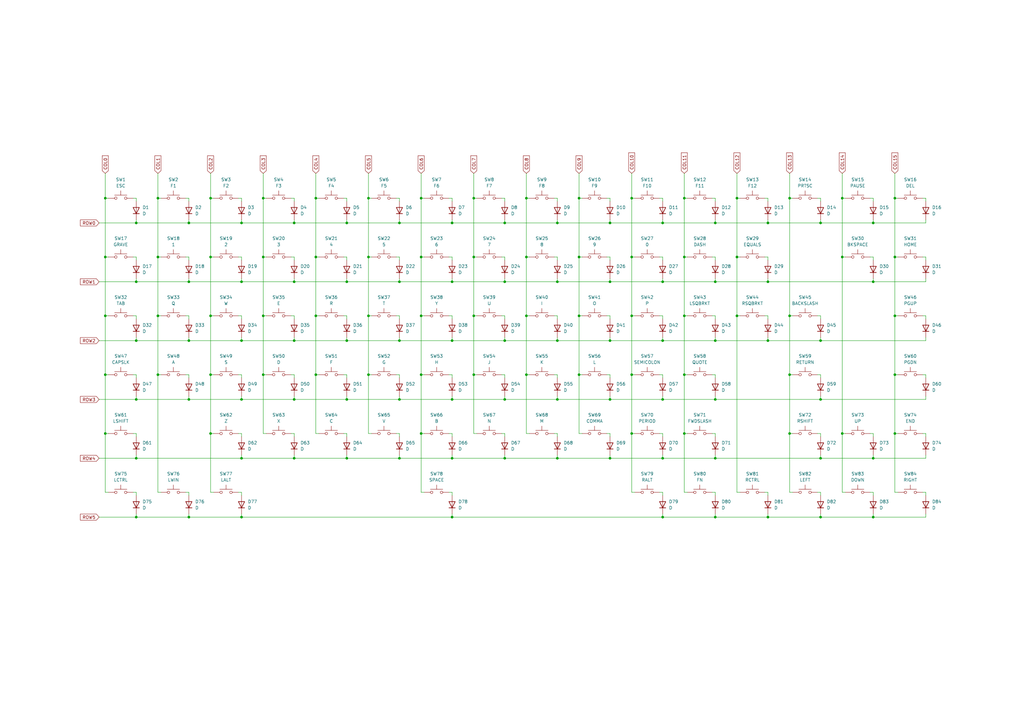
<source format=kicad_sch>
(kicad_sch (version 20231120) (generator "eeschema") (generator_version "8.0")
  (paper "A3")
  (title_block (title "/DEV/BOARD - Keywitch Matrix") (rev "REV A") (company "maclennan.dev"))
  (junction (at 367.03 129.54))
  (junction (at 55.88 212.09))
  (junction (at 64.77 129.54))
  (junction (at 207.01 163.83))
  (junction (at 207.01 187.96))
  (junction (at 358.14 91.44))
  (junction (at 172.72 81.28))
  (junction (at 194.31 81.28))
  (junction (at 129.54 153.67))
  (junction (at 120.65 115.57))
  (junction (at 215.9 105.41))
  (junction (at 314.96 91.44))
  (junction (at 293.37 187.96))
  (junction (at 345.44 105.41))
  (junction (at 142.24 163.83))
  (junction (at 43.18 81.28))
  (junction (at 151.13 153.67))
  (junction (at 271.78 212.09))
  (junction (at 280.67 129.54))
  (junction (at 185.42 115.57))
  (junction (at 367.03 153.67))
  (junction (at 250.19 187.96))
  (junction (at 185.42 163.83))
  (junction (at 55.88 91.44))
  (junction (at 107.95 129.54))
  (junction (at 250.19 115.57))
  (junction (at 215.9 153.67))
  (junction (at 129.54 81.28))
  (junction (at 172.72 177.8))
  (junction (at 86.36 153.67))
  (junction (at 323.85 81.28))
  (junction (at 77.47 115.57))
  (junction (at 64.77 81.28))
  (junction (at 185.42 91.44))
  (junction (at 207.01 115.57))
  (junction (at 358.14 212.09))
  (junction (at 194.31 129.54))
  (junction (at 259.08 81.28))
  (junction (at 151.13 81.28))
  (junction (at 336.55 212.09))
  (junction (at 237.49 153.67))
  (junction (at 228.6 187.96))
  (junction (at 43.18 105.41))
  (junction (at 86.36 81.28))
  (junction (at 228.6 91.44))
  (junction (at 77.47 139.7))
  (junction (at 142.24 187.96))
  (junction (at 163.83 115.57))
  (junction (at 293.37 91.44))
  (junction (at 302.26 129.54))
  (junction (at 228.6 163.83))
  (junction (at 99.06 91.44))
  (junction (at 163.83 187.96))
  (junction (at 271.78 163.83))
  (junction (at 120.65 163.83))
  (junction (at 215.9 81.28))
  (junction (at 163.83 139.7))
  (junction (at 129.54 129.54))
  (junction (at 99.06 139.7))
  (junction (at 280.67 105.41))
  (junction (at 43.18 177.8))
  (junction (at 250.19 91.44))
  (junction (at 215.9 129.54))
  (junction (at 367.03 105.41))
  (junction (at 172.72 105.41))
  (junction (at 207.01 91.44))
  (junction (at 151.13 105.41))
  (junction (at 86.36 177.8))
  (junction (at 77.47 91.44))
  (junction (at 142.24 91.44))
  (junction (at 55.88 163.83))
  (junction (at 120.65 91.44))
  (junction (at 151.13 129.54))
  (junction (at 185.42 187.96))
  (junction (at 237.49 105.41))
  (junction (at 107.95 153.67))
  (junction (at 367.03 81.28))
  (junction (at 55.88 115.57))
  (junction (at 99.06 212.09))
  (junction (at 207.01 139.7))
  (junction (at 250.19 139.7))
  (junction (at 259.08 177.8))
  (junction (at 194.31 153.67))
  (junction (at 336.55 91.44))
  (junction (at 314.96 212.09))
  (junction (at 271.78 187.96))
  (junction (at 280.67 153.67))
  (junction (at 336.55 187.96))
  (junction (at 336.55 163.83))
  (junction (at 86.36 129.54))
  (junction (at 228.6 139.7))
  (junction (at 120.65 139.7))
  (junction (at 64.77 153.67))
  (junction (at 99.06 187.96))
  (junction (at 293.37 163.83))
  (junction (at 259.08 105.41))
  (junction (at 323.85 129.54))
  (junction (at 185.42 139.7))
  (junction (at 358.14 187.96))
  (junction (at 250.19 163.83))
  (junction (at 43.18 129.54))
  (junction (at 77.47 212.09))
  (junction (at 367.03 177.8))
  (junction (at 293.37 139.7))
  (junction (at 358.14 115.57))
  (junction (at 77.47 163.83))
  (junction (at 194.31 105.41))
  (junction (at 280.67 177.8))
  (junction (at 271.78 139.7))
  (junction (at 271.78 115.57))
  (junction (at 43.18 153.67))
  (junction (at 142.24 115.57))
  (junction (at 228.6 115.57))
  (junction (at 172.72 129.54))
  (junction (at 259.08 153.67))
  (junction (at 99.06 115.57))
  (junction (at 55.88 187.96))
  (junction (at 55.88 139.7))
  (junction (at 314.96 115.57))
  (junction (at 107.95 81.28))
  (junction (at 120.65 187.96))
  (junction (at 237.49 129.54))
  (junction (at 86.36 105.41))
  (junction (at 64.77 105.41))
  (junction (at 163.83 163.83))
  (junction (at 99.06 163.83))
  (junction (at 107.95 105.41))
  (junction (at 323.85 177.8))
  (junction (at 142.24 139.7))
  (junction (at 323.85 153.67))
  (junction (at 345.44 177.8))
  (junction (at 280.67 81.28))
  (junction (at 259.08 129.54))
  (junction (at 163.83 91.44))
  (junction (at 345.44 81.28))
  (junction (at 129.54 105.41))
  (junction (at 185.42 212.09))
  (junction (at 293.37 212.09))
  (junction (at 271.78 91.44))
  (junction (at 314.96 139.7))
  (junction (at 172.72 153.67))
  (junction (at 336.55 139.7))
  (junction (at 237.49 81.28))
  (junction (at 293.37 115.57))
  (junction (at 302.26 81.28))
  (junction (at 302.26 105.41))
  (wire (pts (xy 335.28 129.54) (xy 336.55 129.54)))
  (wire (pts (xy 40.64 91.44) (xy 55.88 91.44)))
  (wire (pts (xy 129.54 129.54) (xy 129.54 153.67)))
  (wire (pts (xy 207.01 91.44) (xy 228.6 91.44)))
  (wire (pts (xy 314.96 114.3) (xy 314.96 115.57)))
  (wire (pts (xy 194.31 129.54) (xy 194.31 153.67)))
  (wire (pts (xy 43.18 153.67) (xy 43.18 177.8)))
  (wire (pts (xy 228.6 90.17) (xy 228.6 91.44)))
  (wire (pts (xy 55.88 115.57) (xy 77.47 115.57)))
  (wire (pts (xy 99.06 90.17) (xy 99.06 91.44)))
  (wire (pts (xy 314.96 129.54) (xy 314.96 130.81)))
  (wire (pts (xy 142.24 114.3) (xy 142.24 115.57)))
  (wire (pts (xy 323.85 153.67) (xy 325.12 153.67)))
  (wire (pts (xy 43.18 105.41) (xy 44.45 105.41)))
  (wire (pts (xy 120.65 187.96) (xy 142.24 187.96)))
  (wire (pts (xy 107.95 153.67) (xy 109.22 153.67)))
  (wire (pts (xy 43.18 153.67) (xy 44.45 153.67)))
  (wire (pts (xy 207.01 186.69) (xy 207.01 187.96)))
  (wire (pts (xy 358.14 187.96) (xy 379.73 187.96)))
  (wire (pts (xy 64.77 81.28) (xy 66.04 81.28)))
  (wire (pts (xy 55.88 114.3) (xy 55.88 115.57)))
  (wire (pts (xy 185.42 187.96) (xy 207.01 187.96)))
  (wire (pts (xy 345.44 71.12) (xy 345.44 81.28)))
  (wire (pts (xy 77.47 105.41) (xy 77.47 106.68)))
  (wire (pts (xy 185.42 177.8) (xy 185.42 179.07)))
  (wire (pts (xy 77.47 153.67) (xy 77.47 154.94)))
  (wire (pts (xy 55.88 162.56) (xy 55.88 163.83)))
  (wire (pts (xy 237.49 105.41) (xy 238.76 105.41)))
  (wire (pts (xy 142.24 139.7) (xy 163.83 139.7)))
  (wire (pts (xy 194.31 71.12) (xy 194.31 81.28)))
  (wire (pts (xy 356.87 177.8) (xy 358.14 177.8)))
  (wire (pts (xy 259.08 177.8) (xy 259.08 201.93)))
  (wire (pts (xy 99.06 201.93) (xy 99.06 203.2)))
  (wire (pts (xy 379.73 129.54) (xy 379.73 130.81)))
  (wire (pts (xy 40.64 139.7) (xy 55.88 139.7)))
  (wire (pts (xy 248.92 153.67) (xy 250.19 153.67)))
  (wire (pts (xy 293.37 114.3) (xy 293.37 115.57)))
  (wire (pts (xy 64.77 105.41) (xy 66.04 105.41)))
  (wire (pts (xy 336.55 212.09) (xy 358.14 212.09)))
  (wire (pts (xy 107.95 129.54) (xy 107.95 153.67)))
  (wire (pts (xy 323.85 177.8) (xy 323.85 201.93)))
  (wire (pts (xy 40.64 212.09) (xy 55.88 212.09)))
  (wire (pts (xy 367.03 177.8) (xy 367.03 201.93)))
  (wire (pts (xy 293.37 115.57) (xy 314.96 115.57)))
  (wire (pts (xy 77.47 115.57) (xy 99.06 115.57)))
  (wire (pts (xy 40.64 187.96) (xy 55.88 187.96)))
  (wire (pts (xy 184.15 177.8) (xy 185.42 177.8)))
  (wire (pts (xy 86.36 81.28) (xy 86.36 105.41)))
  (wire (pts (xy 77.47 129.54) (xy 77.47 130.81)))
  (wire (pts (xy 205.74 153.67) (xy 207.01 153.67)))
  (wire (pts (xy 302.26 105.41) (xy 302.26 129.54)))
  (wire (pts (xy 163.83 139.7) (xy 185.42 139.7)))
  (wire (pts (xy 314.96 138.43) (xy 314.96 139.7)))
  (wire (pts (xy 55.88 129.54) (xy 55.88 130.81)))
  (wire (pts (xy 76.2 153.67) (xy 77.47 153.67)))
  (wire (pts (xy 86.36 71.12) (xy 86.36 81.28)))
  (wire (pts (xy 120.65 115.57) (xy 142.24 115.57)))
  (wire (pts (xy 97.79 129.54) (xy 99.06 129.54)))
  (wire (pts (xy 215.9 105.41) (xy 217.17 105.41)))
  (wire (pts (xy 323.85 71.12) (xy 323.85 81.28)))
  (wire (pts (xy 64.77 129.54) (xy 64.77 153.67)))
  (wire (pts (xy 271.78 105.41) (xy 271.78 106.68)))
  (wire (pts (xy 54.61 201.93) (xy 55.88 201.93)))
  (wire (pts (xy 120.65 114.3) (xy 120.65 115.57)))
  (wire (pts (xy 77.47 210.82) (xy 77.47 212.09)))
  (wire (pts (xy 64.77 201.93) (xy 66.04 201.93)))
  (wire (pts (xy 270.51 81.28) (xy 271.78 81.28)))
  (wire (pts (xy 64.77 81.28) (xy 64.77 105.41)))
  (wire (pts (xy 129.54 153.67) (xy 130.81 153.67)))
  (wire (pts (xy 207.01 81.28) (xy 207.01 82.55)))
  (wire (pts (xy 129.54 177.8) (xy 130.81 177.8)))
  (wire (pts (xy 77.47 212.09) (xy 99.06 212.09)))
  (wire (pts (xy 356.87 81.28) (xy 358.14 81.28)))
  (wire (pts (xy 99.06 162.56) (xy 99.06 163.83)))
  (wire (pts (xy 227.33 105.41) (xy 228.6 105.41)))
  (wire (pts (xy 142.24 81.28) (xy 142.24 82.55)))
  (wire (pts (xy 207.01 187.96) (xy 228.6 187.96)))
  (wire (pts (xy 280.67 81.28) (xy 281.94 81.28)))
  (wire (pts (xy 378.46 177.8) (xy 379.73 177.8)))
  (wire (pts (xy 163.83 177.8) (xy 163.83 179.07)))
  (wire (pts (xy 55.88 187.96) (xy 99.06 187.96)))
  (wire (pts (xy 55.88 201.93) (xy 55.88 203.2)))
  (wire (pts (xy 280.67 153.67) (xy 281.94 153.67)))
  (wire (pts (xy 302.26 129.54) (xy 303.53 129.54)))
  (wire (pts (xy 228.6 162.56) (xy 228.6 163.83)))
  (wire (pts (xy 358.14 115.57) (xy 379.73 115.57)))
  (wire (pts (xy 345.44 201.93) (xy 346.71 201.93)))
  (wire (pts (xy 215.9 105.41) (xy 215.9 129.54)))
  (wire (pts (xy 336.55 177.8) (xy 336.55 179.07)))
  (wire (pts (xy 185.42 162.56) (xy 185.42 163.83)))
  (wire (pts (xy 227.33 153.67) (xy 228.6 153.67)))
  (wire (pts (xy 379.73 105.41) (xy 379.73 106.68)))
  (wire (pts (xy 142.24 163.83) (xy 163.83 163.83)))
  (wire (pts (xy 292.1 153.67) (xy 293.37 153.67)))
  (wire (pts (xy 107.95 81.28) (xy 109.22 81.28)))
  (wire (pts (xy 248.92 177.8) (xy 250.19 177.8)))
  (wire (pts (xy 270.51 201.93) (xy 271.78 201.93)))
  (wire (pts (xy 378.46 153.67) (xy 379.73 153.67)))
  (wire (pts (xy 163.83 114.3) (xy 163.83 115.57)))
  (wire (pts (xy 43.18 177.8) (xy 44.45 177.8)))
  (wire (pts (xy 151.13 71.12) (xy 151.13 81.28)))
  (wire (pts (xy 162.56 129.54) (xy 163.83 129.54)))
  (wire (pts (xy 194.31 129.54) (xy 195.58 129.54)))
  (wire (pts (xy 379.73 210.82) (xy 379.73 212.09)))
  (wire (pts (xy 293.37 186.69) (xy 293.37 187.96)))
  (wire (pts (xy 185.42 186.69) (xy 185.42 187.96)))
  (wire (pts (xy 43.18 81.28) (xy 43.18 105.41)))
  (wire (pts (xy 367.03 105.41) (xy 367.03 129.54)))
  (wire (pts (xy 163.83 162.56) (xy 163.83 163.83)))
  (wire (pts (xy 259.08 71.12) (xy 259.08 81.28)))
  (wire (pts (xy 55.88 210.82) (xy 55.88 212.09)))
  (wire (pts (xy 64.77 129.54) (xy 66.04 129.54)))
  (wire (pts (xy 379.73 138.43) (xy 379.73 139.7)))
  (wire (pts (xy 99.06 186.69) (xy 99.06 187.96)))
  (wire (pts (xy 271.78 201.93) (xy 271.78 203.2)))
  (wire (pts (xy 99.06 129.54) (xy 99.06 130.81)))
  (wire (pts (xy 302.26 81.28) (xy 302.26 105.41)))
  (wire (pts (xy 379.73 162.56) (xy 379.73 163.83)))
  (wire (pts (xy 292.1 81.28) (xy 293.37 81.28)))
  (wire (pts (xy 162.56 81.28) (xy 163.83 81.28)))
  (wire (pts (xy 215.9 153.67) (xy 217.17 153.67)))
  (wire (pts (xy 293.37 162.56) (xy 293.37 163.83)))
  (wire (pts (xy 207.01 162.56) (xy 207.01 163.83)))
  (wire (pts (xy 280.67 201.93) (xy 281.94 201.93)))
  (wire (pts (xy 293.37 139.7) (xy 314.96 139.7)))
  (wire (pts (xy 194.31 105.41) (xy 195.58 105.41)))
  (wire (pts (xy 237.49 153.67) (xy 238.76 153.67)))
  (wire (pts (xy 228.6 186.69) (xy 228.6 187.96)))
  (wire (pts (xy 77.47 138.43) (xy 77.47 139.7)))
  (wire (pts (xy 86.36 105.41) (xy 86.36 129.54)))
  (wire (pts (xy 259.08 105.41) (xy 259.08 129.54)))
  (wire (pts (xy 280.67 105.41) (xy 280.67 129.54)))
  (wire (pts (xy 358.14 212.09) (xy 379.73 212.09)))
  (wire (pts (xy 207.01 114.3) (xy 207.01 115.57)))
  (wire (pts (xy 64.77 153.67) (xy 64.77 201.93)))
  (wire (pts (xy 259.08 129.54) (xy 259.08 153.67)))
  (wire (pts (xy 99.06 138.43) (xy 99.06 139.7)))
  (wire (pts (xy 237.49 177.8) (xy 238.76 177.8)))
  (wire (pts (xy 293.37 201.93) (xy 293.37 203.2)))
  (wire (pts (xy 356.87 201.93) (xy 358.14 201.93)))
  (wire (pts (xy 55.88 105.41) (xy 55.88 106.68)))
  (wire (pts (xy 270.51 105.41) (xy 271.78 105.41)))
  (wire (pts (xy 259.08 81.28) (xy 259.08 105.41)))
  (wire (pts (xy 185.42 91.44) (xy 207.01 91.44)))
  (wire (pts (xy 314.96 212.09) (xy 336.55 212.09)))
  (wire (pts (xy 215.9 81.28) (xy 217.17 81.28)))
  (wire (pts (xy 99.06 114.3) (xy 99.06 115.57)))
  (wire (pts (xy 323.85 153.67) (xy 323.85 177.8)))
  (wire (pts (xy 314.96 210.82) (xy 314.96 212.09)))
  (wire (pts (xy 172.72 105.41) (xy 172.72 129.54)))
  (wire (pts (xy 293.37 177.8) (xy 293.37 179.07)))
  (wire (pts (xy 55.88 212.09) (xy 77.47 212.09)))
  (wire (pts (xy 140.97 177.8) (xy 142.24 177.8)))
  (wire (pts (xy 129.54 71.12) (xy 129.54 81.28)))
  (wire (pts (xy 142.24 177.8) (xy 142.24 179.07)))
  (wire (pts (xy 270.51 129.54) (xy 271.78 129.54)))
  (wire (pts (xy 185.42 212.09) (xy 271.78 212.09)))
  (wire (pts (xy 207.01 139.7) (xy 228.6 139.7)))
  (wire (pts (xy 172.72 177.8) (xy 173.99 177.8)))
  (wire (pts (xy 293.37 163.83) (xy 336.55 163.83)))
  (wire (pts (xy 55.88 153.67) (xy 55.88 154.94)))
  (wire (pts (xy 151.13 153.67) (xy 151.13 177.8)))
  (wire (pts (xy 55.88 138.43) (xy 55.88 139.7)))
  (wire (pts (xy 151.13 105.41) (xy 151.13 129.54)))
  (wire (pts (xy 336.55 163.83) (xy 379.73 163.83)))
  (wire (pts (xy 250.19 105.41) (xy 250.19 106.68)))
  (wire (pts (xy 379.73 81.28) (xy 379.73 82.55)))
  (wire (pts (xy 86.36 105.41) (xy 87.63 105.41)))
  (wire (pts (xy 194.31 81.28) (xy 194.31 105.41)))
  (wire (pts (xy 54.61 177.8) (xy 55.88 177.8)))
  (wire (pts (xy 228.6 91.44) (xy 250.19 91.44)))
  (wire (pts (xy 162.56 105.41) (xy 163.83 105.41)))
  (wire (pts (xy 205.74 129.54) (xy 207.01 129.54)))
  (wire (pts (xy 345.44 105.41) (xy 346.71 105.41)))
  (wire (pts (xy 86.36 201.93) (xy 87.63 201.93)))
  (wire (pts (xy 367.03 153.67) (xy 368.3 153.67)))
  (wire (pts (xy 270.51 177.8) (xy 271.78 177.8)))
  (wire (pts (xy 185.42 114.3) (xy 185.42 115.57)))
  (wire (pts (xy 97.79 105.41) (xy 99.06 105.41)))
  (wire (pts (xy 237.49 105.41) (xy 237.49 129.54)))
  (wire (pts (xy 227.33 81.28) (xy 228.6 81.28)))
  (wire (pts (xy 335.28 81.28) (xy 336.55 81.28)))
  (wire (pts (xy 379.73 153.67) (xy 379.73 154.94)))
  (wire (pts (xy 345.44 81.28) (xy 345.44 105.41)))
  (wire (pts (xy 194.31 177.8) (xy 195.58 177.8)))
  (wire (pts (xy 172.72 153.67) (xy 173.99 153.67)))
  (wire (pts (xy 336.55 210.82) (xy 336.55 212.09)))
  (wire (pts (xy 194.31 153.67) (xy 195.58 153.67)))
  (wire (pts (xy 314.96 201.93) (xy 314.96 203.2)))
  (wire (pts (xy 194.31 81.28) (xy 195.58 81.28)))
  (wire (pts (xy 163.83 115.57) (xy 185.42 115.57)))
  (wire (pts (xy 86.36 129.54) (xy 86.36 153.67)))
  (wire (pts (xy 248.92 129.54) (xy 250.19 129.54)))
  (wire (pts (xy 185.42 129.54) (xy 185.42 130.81)))
  (wire (pts (xy 250.19 186.69) (xy 250.19 187.96)))
  (wire (pts (xy 293.37 210.82) (xy 293.37 212.09)))
  (wire (pts (xy 250.19 90.17) (xy 250.19 91.44)))
  (wire (pts (xy 107.95 105.41) (xy 109.22 105.41)))
  (wire (pts (xy 207.01 115.57) (xy 228.6 115.57)))
  (wire (pts (xy 293.37 153.67) (xy 293.37 154.94)))
  (wire (pts (xy 129.54 81.28) (xy 130.81 81.28)))
  (wire (pts (xy 76.2 105.41) (xy 77.47 105.41)))
  (wire (pts (xy 86.36 177.8) (xy 86.36 201.93)))
  (wire (pts (xy 250.19 114.3) (xy 250.19 115.57)))
  (wire (pts (xy 120.65 162.56) (xy 120.65 163.83)))
  (wire (pts (xy 54.61 81.28) (xy 55.88 81.28)))
  (wire (pts (xy 336.55 90.17) (xy 336.55 91.44)))
  (wire (pts (xy 271.78 177.8) (xy 271.78 179.07)))
  (wire (pts (xy 314.96 90.17) (xy 314.96 91.44)))
  (wire (pts (xy 120.65 90.17) (xy 120.65 91.44)))
  (wire (pts (xy 185.42 115.57) (xy 207.01 115.57)))
  (wire (pts (xy 336.55 81.28) (xy 336.55 82.55)))
  (wire (pts (xy 163.83 186.69) (xy 163.83 187.96)))
  (wire (pts (xy 142.24 153.67) (xy 142.24 154.94)))
  (wire (pts (xy 43.18 129.54) (xy 43.18 153.67)))
  (wire (pts (xy 205.74 105.41) (xy 207.01 105.41)))
  (wire (pts (xy 120.65 105.41) (xy 120.65 106.68)))
  (wire (pts (xy 151.13 105.41) (xy 152.4 105.41)))
  (wire (pts (xy 250.19 153.67) (xy 250.19 154.94)))
  (wire (pts (xy 345.44 105.41) (xy 345.44 177.8)))
  (wire (pts (xy 163.83 81.28) (xy 163.83 82.55)))
  (wire (pts (xy 336.55 187.96) (xy 358.14 187.96)))
  (wire (pts (xy 97.79 201.93) (xy 99.06 201.93)))
  (wire (pts (xy 379.73 186.69) (xy 379.73 187.96)))
  (wire (pts (xy 323.85 129.54) (xy 325.12 129.54)))
  (wire (pts (xy 313.69 129.54) (xy 314.96 129.54)))
  (wire (pts (xy 172.72 71.12) (xy 172.72 81.28)))
  (wire (pts (xy 323.85 201.93) (xy 325.12 201.93)))
  (wire (pts (xy 163.83 105.41) (xy 163.83 106.68)))
  (wire (pts (xy 140.97 105.41) (xy 142.24 105.41)))
  (wire (pts (xy 228.6 139.7) (xy 250.19 139.7)))
  (wire (pts (xy 215.9 129.54) (xy 215.9 153.67)))
  (wire (pts (xy 77.47 163.83) (xy 99.06 163.83)))
  (wire (pts (xy 271.78 187.96) (xy 293.37 187.96)))
  (wire (pts (xy 259.08 129.54) (xy 260.35 129.54)))
  (wire (pts (xy 99.06 212.09) (xy 185.42 212.09)))
  (wire (pts (xy 280.67 81.28) (xy 280.67 105.41)))
  (wire (pts (xy 55.88 91.44) (xy 77.47 91.44)))
  (wire (pts (xy 185.42 163.83) (xy 207.01 163.83)))
  (wire (pts (xy 367.03 153.67) (xy 367.03 177.8)))
  (wire (pts (xy 77.47 91.44) (xy 99.06 91.44)))
  (wire (pts (xy 120.65 129.54) (xy 120.65 130.81)))
  (wire (pts (xy 250.19 139.7) (xy 271.78 139.7)))
  (wire (pts (xy 185.42 105.41) (xy 185.42 106.68)))
  (wire (pts (xy 142.24 105.41) (xy 142.24 106.68)))
  (wire (pts (xy 97.79 153.67) (xy 99.06 153.67)))
  (wire (pts (xy 207.01 163.83) (xy 228.6 163.83)))
  (wire (pts (xy 271.78 186.69) (xy 271.78 187.96)))
  (wire (pts (xy 345.44 81.28) (xy 346.71 81.28)))
  (wire (pts (xy 215.9 71.12) (xy 215.9 81.28)))
  (wire (pts (xy 259.08 81.28) (xy 260.35 81.28)))
  (wire (pts (xy 129.54 81.28) (xy 129.54 105.41)))
  (wire (pts (xy 237.49 153.67) (xy 237.49 177.8)))
  (wire (pts (xy 280.67 129.54) (xy 281.94 129.54)))
  (wire (pts (xy 250.19 138.43) (xy 250.19 139.7)))
  (wire (pts (xy 77.47 114.3) (xy 77.47 115.57)))
  (wire (pts (xy 184.15 153.67) (xy 185.42 153.67)))
  (wire (pts (xy 172.72 201.93) (xy 173.99 201.93)))
  (wire (pts (xy 367.03 129.54) (xy 367.03 153.67)))
  (wire (pts (xy 207.01 177.8) (xy 207.01 179.07)))
  (wire (pts (xy 280.67 105.41) (xy 281.94 105.41)))
  (wire (pts (xy 302.26 105.41) (xy 303.53 105.41)))
  (wire (pts (xy 237.49 81.28) (xy 238.76 81.28)))
  (wire (pts (xy 172.72 177.8) (xy 172.72 201.93)))
  (wire (pts (xy 259.08 105.41) (xy 260.35 105.41)))
  (wire (pts (xy 185.42 138.43) (xy 185.42 139.7)))
  (wire (pts (xy 77.47 162.56) (xy 77.47 163.83)))
  (wire (pts (xy 55.88 186.69) (xy 55.88 187.96)))
  (wire (pts (xy 99.06 81.28) (xy 99.06 82.55)))
  (wire (pts (xy 248.92 105.41) (xy 250.19 105.41)))
  (wire (pts (xy 336.55 139.7) (xy 379.73 139.7)))
  (wire (pts (xy 185.42 201.93) (xy 185.42 203.2)))
  (wire (pts (xy 55.88 163.83) (xy 77.47 163.83)))
  (wire (pts (xy 358.14 177.8) (xy 358.14 179.07)))
  (wire (pts (xy 358.14 186.69) (xy 358.14 187.96)))
  (wire (pts (xy 270.51 153.67) (xy 271.78 153.67)))
  (wire (pts (xy 97.79 81.28) (xy 99.06 81.28)))
  (wire (pts (xy 227.33 129.54) (xy 228.6 129.54)))
  (wire (pts (xy 271.78 90.17) (xy 271.78 91.44)))
  (wire (pts (xy 323.85 177.8) (xy 325.12 177.8)))
  (wire (pts (xy 323.85 81.28) (xy 323.85 129.54)))
  (wire (pts (xy 99.06 210.82) (xy 99.06 212.09)))
  (wire (pts (xy 163.83 129.54) (xy 163.83 130.81)))
  (wire (pts (xy 119.38 129.54) (xy 120.65 129.54)))
  (wire (pts (xy 227.33 177.8) (xy 228.6 177.8)))
  (wire (pts (xy 292.1 129.54) (xy 293.37 129.54)))
  (wire (pts (xy 163.83 187.96) (xy 185.42 187.96)))
  (wire (pts (xy 162.56 177.8) (xy 163.83 177.8)))
  (wire (pts (xy 43.18 71.12) (xy 43.18 81.28)))
  (wire (pts (xy 64.77 71.12) (xy 64.77 81.28)))
  (wire (pts (xy 64.77 153.67) (xy 66.04 153.67)))
  (wire (pts (xy 259.08 177.8) (xy 260.35 177.8)))
  (wire (pts (xy 250.19 187.96) (xy 271.78 187.96)))
  (wire (pts (xy 55.88 139.7) (xy 77.47 139.7)))
  (wire (pts (xy 107.95 81.28) (xy 107.95 105.41)))
  (wire (pts (xy 271.78 114.3) (xy 271.78 115.57)))
  (wire (pts (xy 250.19 162.56) (xy 250.19 163.83)))
  (wire (pts (xy 194.31 153.67) (xy 194.31 177.8)))
  (wire (pts (xy 185.42 139.7) (xy 207.01 139.7)))
  (wire (pts (xy 228.6 177.8) (xy 228.6 179.07)))
  (wire (pts (xy 248.92 81.28) (xy 250.19 81.28)))
  (wire (pts (xy 129.54 105.41) (xy 130.81 105.41)))
  (wire (pts (xy 43.18 177.8) (xy 43.18 201.93)))
  (wire (pts (xy 43.18 81.28) (xy 44.45 81.28)))
  (wire (pts (xy 345.44 177.8) (xy 345.44 201.93)))
  (wire (pts (xy 119.38 105.41) (xy 120.65 105.41)))
  (wire (pts (xy 207.01 90.17) (xy 207.01 91.44)))
  (wire (pts (xy 313.69 105.41) (xy 314.96 105.41)))
  (wire (pts (xy 335.28 201.93) (xy 336.55 201.93)))
  (wire (pts (xy 271.78 210.82) (xy 271.78 212.09)))
  (wire (pts (xy 86.36 129.54) (xy 87.63 129.54)))
  (wire (pts (xy 76.2 129.54) (xy 77.47 129.54)))
  (wire (pts (xy 120.65 81.28) (xy 120.65 82.55)))
  (wire (pts (xy 107.95 71.12) (xy 107.95 81.28)))
  (wire (pts (xy 140.97 129.54) (xy 142.24 129.54)))
  (wire (pts (xy 76.2 201.93) (xy 77.47 201.93)))
  (wire (pts (xy 172.72 81.28) (xy 172.72 105.41)))
  (wire (pts (xy 207.01 129.54) (xy 207.01 130.81)))
  (wire (pts (xy 142.24 115.57) (xy 163.83 115.57)))
  (wire (pts (xy 54.61 129.54) (xy 55.88 129.54)))
  (wire (pts (xy 77.47 90.17) (xy 77.47 91.44)))
  (wire (pts (xy 323.85 129.54) (xy 323.85 153.67)))
  (wire (pts (xy 184.15 129.54) (xy 185.42 129.54)))
  (wire (pts (xy 292.1 201.93) (xy 293.37 201.93)))
  (wire (pts (xy 205.74 177.8) (xy 207.01 177.8)))
  (wire (pts (xy 99.06 177.8) (xy 99.06 179.07)))
  (wire (pts (xy 271.78 138.43) (xy 271.78 139.7)))
  (wire (pts (xy 378.46 129.54) (xy 379.73 129.54)))
  (wire (pts (xy 250.19 177.8) (xy 250.19 179.07)))
  (wire (pts (xy 228.6 115.57) (xy 250.19 115.57)))
  (wire (pts (xy 163.83 91.44) (xy 185.42 91.44)))
  (wire (pts (xy 271.78 139.7) (xy 293.37 139.7)))
  (wire (pts (xy 367.03 129.54) (xy 368.3 129.54)))
  (wire (pts (xy 293.37 81.28) (xy 293.37 82.55)))
  (wire (pts (xy 194.31 105.41) (xy 194.31 129.54)))
  (wire (pts (xy 280.67 71.12) (xy 280.67 81.28)))
  (wire (pts (xy 237.49 129.54) (xy 237.49 153.67)))
  (wire (pts (xy 280.67 177.8) (xy 280.67 201.93)))
  (wire (pts (xy 215.9 177.8) (xy 217.17 177.8)))
  (wire (pts (xy 271.78 163.83) (xy 293.37 163.83)))
  (wire (pts (xy 99.06 115.57) (xy 120.65 115.57)))
  (wire (pts (xy 77.47 81.28) (xy 77.47 82.55)))
  (wire (pts (xy 77.47 201.93) (xy 77.47 203.2)))
  (wire (pts (xy 129.54 153.67) (xy 129.54 177.8)))
  (wire (pts (xy 336.55 129.54) (xy 336.55 130.81)))
  (wire (pts (xy 163.83 153.67) (xy 163.83 154.94)))
  (wire (pts (xy 237.49 71.12) (xy 237.49 81.28)))
  (wire (pts (xy 345.44 177.8) (xy 346.71 177.8)))
  (wire (pts (xy 151.13 153.67) (xy 152.4 153.67)))
  (wire (pts (xy 250.19 81.28) (xy 250.19 82.55)))
  (wire (pts (xy 86.36 81.28) (xy 87.63 81.28)))
  (wire (pts (xy 271.78 115.57) (xy 293.37 115.57)))
  (wire (pts (xy 367.03 81.28) (xy 367.03 105.41)))
  (wire (pts (xy 358.14 81.28) (xy 358.14 82.55)))
  (wire (pts (xy 379.73 177.8) (xy 379.73 179.07)))
  (wire (pts (xy 120.65 139.7) (xy 142.24 139.7)))
  (wire (pts (xy 43.18 201.93) (xy 44.45 201.93)))
  (wire (pts (xy 99.06 105.41) (xy 99.06 106.68)))
  (wire (pts (xy 358.14 114.3) (xy 358.14 115.57)))
  (wire (pts (xy 250.19 115.57) (xy 271.78 115.57)))
  (wire (pts (xy 142.24 138.43) (xy 142.24 139.7)))
  (wire (pts (xy 76.2 81.28) (xy 77.47 81.28)))
  (wire (pts (xy 378.46 105.41) (xy 379.73 105.41)))
  (wire (pts (xy 55.88 177.8) (xy 55.88 179.07)))
  (wire (pts (xy 140.97 81.28) (xy 142.24 81.28)))
  (wire (pts (xy 302.26 129.54) (xy 302.26 201.93)))
  (wire (pts (xy 250.19 163.83) (xy 271.78 163.83)))
  (wire (pts (xy 55.88 90.17) (xy 55.88 91.44)))
  (wire (pts (xy 367.03 81.28) (xy 368.3 81.28)))
  (wire (pts (xy 120.65 153.67) (xy 120.65 154.94)))
  (wire (pts (xy 367.03 201.93) (xy 368.3 201.93)))
  (wire (pts (xy 336.55 153.67) (xy 336.55 154.94)))
  (wire (pts (xy 151.13 129.54) (xy 152.4 129.54)))
  (wire (pts (xy 293.37 138.43) (xy 293.37 139.7)))
  (wire (pts (xy 367.03 105.41) (xy 368.3 105.41)))
  (wire (pts (xy 293.37 105.41) (xy 293.37 106.68)))
  (wire (pts (xy 140.97 153.67) (xy 142.24 153.67)))
  (wire (pts (xy 151.13 81.28) (xy 152.4 81.28)))
  (wire (pts (xy 302.26 71.12) (xy 302.26 81.28)))
  (wire (pts (xy 215.9 129.54) (xy 217.17 129.54)))
  (wire (pts (xy 142.24 162.56) (xy 142.24 163.83)))
  (wire (pts (xy 64.77 105.41) (xy 64.77 129.54)))
  (wire (pts (xy 142.24 186.69) (xy 142.24 187.96)))
  (wire (pts (xy 55.88 81.28) (xy 55.88 82.55)))
  (wire (pts (xy 302.26 201.93) (xy 303.53 201.93)))
  (wire (pts (xy 185.42 153.67) (xy 185.42 154.94)))
  (wire (pts (xy 259.08 153.67) (xy 259.08 177.8)))
  (wire (pts (xy 336.55 91.44) (xy 358.14 91.44)))
  (wire (pts (xy 367.03 71.12) (xy 367.03 81.28)))
  (wire (pts (xy 99.06 139.7) (xy 120.65 139.7)))
  (wire (pts (xy 280.67 153.67) (xy 280.67 177.8)))
  (wire (pts (xy 172.72 129.54) (xy 172.72 153.67)))
  (wire (pts (xy 120.65 163.83) (xy 142.24 163.83)))
  (wire (pts (xy 237.49 129.54) (xy 238.76 129.54)))
  (wire (pts (xy 40.64 115.57) (xy 55.88 115.57)))
  (wire (pts (xy 107.95 105.41) (xy 107.95 129.54)))
  (wire (pts (xy 292.1 105.41) (xy 293.37 105.41)))
  (wire (pts (xy 99.06 91.44) (xy 120.65 91.44)))
  (wire (pts (xy 292.1 177.8) (xy 293.37 177.8)))
  (wire (pts (xy 163.83 90.17) (xy 163.83 91.44)))
  (wire (pts (xy 107.95 177.8) (xy 109.22 177.8)))
  (wire (pts (xy 323.85 81.28) (xy 325.12 81.28)))
  (wire (pts (xy 129.54 105.41) (xy 129.54 129.54)))
  (wire (pts (xy 129.54 129.54) (xy 130.81 129.54)))
  (wire (pts (xy 314.96 139.7) (xy 336.55 139.7)))
  (wire (pts (xy 367.03 177.8) (xy 368.3 177.8)))
  (wire (pts (xy 237.49 81.28) (xy 237.49 105.41)))
  (wire (pts (xy 228.6 81.28) (xy 228.6 82.55)))
  (wire (pts (xy 142.24 129.54) (xy 142.24 130.81)))
  (wire (pts (xy 172.72 129.54) (xy 173.99 129.54)))
  (wire (pts (xy 228.6 114.3) (xy 228.6 115.57)))
  (wire (pts (xy 99.06 163.83) (xy 120.65 163.83)))
  (wire (pts (xy 99.06 153.67) (xy 99.06 154.94)))
  (wire (pts (xy 228.6 105.41) (xy 228.6 106.68)))
  (wire (pts (xy 205.74 81.28) (xy 207.01 81.28)))
  (wire (pts (xy 185.42 210.82) (xy 185.42 212.09)))
  (wire (pts (xy 172.72 81.28) (xy 173.99 81.28)))
  (wire (pts (xy 293.37 129.54) (xy 293.37 130.81)))
  (wire (pts (xy 378.46 201.93) (xy 379.73 201.93)))
  (wire (pts (xy 358.14 105.41) (xy 358.14 106.68)))
  (wire (pts (xy 228.6 138.43) (xy 228.6 139.7)))
  (wire (pts (xy 77.47 139.7) (xy 99.06 139.7)))
  (wire (pts (xy 358.14 91.44) (xy 379.73 91.44)))
  (wire (pts (xy 313.69 201.93) (xy 314.96 201.93)))
  (wire (pts (xy 293.37 91.44) (xy 314.96 91.44)))
  (wire (pts (xy 172.72 153.67) (xy 172.72 177.8)))
  (wire (pts (xy 142.24 187.96) (xy 163.83 187.96)))
  (wire (pts (xy 54.61 105.41) (xy 55.88 105.41)))
  (wire (pts (xy 314.96 105.41) (xy 314.96 106.68)))
  (wire (pts (xy 207.01 153.67) (xy 207.01 154.94)))
  (wire (pts (xy 336.55 186.69) (xy 336.55 187.96)))
  (wire (pts (xy 336.55 201.93) (xy 336.55 203.2)))
  (wire (pts (xy 293.37 187.96) (xy 336.55 187.96)))
  (wire (pts (xy 119.38 177.8) (xy 120.65 177.8)))
  (wire (pts (xy 151.13 177.8) (xy 152.4 177.8)))
  (wire (pts (xy 313.69 81.28) (xy 314.96 81.28)))
  (wire (pts (xy 86.36 153.67) (xy 87.63 153.67)))
  (wire (pts (xy 99.06 187.96) (xy 120.65 187.96)))
  (wire (pts (xy 120.65 186.69) (xy 120.65 187.96)))
  (wire (pts (xy 43.18 129.54) (xy 44.45 129.54)))
  (wire (pts (xy 184.15 81.28) (xy 185.42 81.28)))
  (wire (pts (xy 335.28 153.67) (xy 336.55 153.67)))
  (wire (pts (xy 356.87 105.41) (xy 358.14 105.41)))
  (wire (pts (xy 358.14 201.93) (xy 358.14 203.2)))
  (wire (pts (xy 97.79 177.8) (xy 99.06 177.8)))
  (wire (pts (xy 228.6 129.54) (xy 228.6 130.81)))
  (wire (pts (xy 358.14 210.82) (xy 358.14 212.09)))
  (wire (pts (xy 119.38 81.28) (xy 120.65 81.28)))
  (wire (pts (xy 228.6 153.67) (xy 228.6 154.94)))
  (wire (pts (xy 120.65 138.43) (xy 120.65 139.7)))
  (wire (pts (xy 314.96 81.28) (xy 314.96 82.55)))
  (wire (pts (xy 86.36 177.8) (xy 87.63 177.8)))
  (wire (pts (xy 40.64 163.83) (xy 55.88 163.83)))
  (wire (pts (xy 379.73 114.3) (xy 379.73 115.57)))
  (wire (pts (xy 163.83 163.83) (xy 185.42 163.83)))
  (wire (pts (xy 142.24 91.44) (xy 163.83 91.44)))
  (wire (pts (xy 314.96 91.44) (xy 336.55 91.44)))
  (wire (pts (xy 293.37 90.17) (xy 293.37 91.44)))
  (wire (pts (xy 172.72 105.41) (xy 173.99 105.41)))
  (wire (pts (xy 207.01 105.41) (xy 207.01 106.68)))
  (wire (pts (xy 293.37 212.09) (xy 314.96 212.09)))
  (wire (pts (xy 184.15 105.41) (xy 185.42 105.41)))
  (wire (pts (xy 250.19 91.44) (xy 271.78 91.44)))
  (wire (pts (xy 185.42 90.17) (xy 185.42 91.44)))
  (wire (pts (xy 120.65 91.44) (xy 142.24 91.44)))
  (wire (pts (xy 107.95 153.67) (xy 107.95 177.8)))
  (wire (pts (xy 228.6 187.96) (xy 250.19 187.96)))
  (wire (pts (xy 379.73 201.93) (xy 379.73 203.2)))
  (wire (pts (xy 378.46 81.28) (xy 379.73 81.28)))
  (wire (pts (xy 151.13 81.28) (xy 151.13 105.41)))
  (wire (pts (xy 151.13 129.54) (xy 151.13 153.67)))
  (wire (pts (xy 207.01 138.43) (xy 207.01 139.7)))
  (wire (pts (xy 271.78 162.56) (xy 271.78 163.83)))
  (wire (pts (xy 185.42 81.28) (xy 185.42 82.55)))
  (wire (pts (xy 215.9 153.67) (xy 215.9 177.8)))
  (wire (pts (xy 302.26 81.28) (xy 303.53 81.28)))
  (wire (pts (xy 250.19 129.54) (xy 250.19 130.81)))
  (wire (pts (xy 280.67 177.8) (xy 281.94 177.8)))
  (wire (pts (xy 271.78 153.67) (xy 271.78 154.94)))
  (wire (pts (xy 86.36 153.67) (xy 86.36 177.8)))
  (wire (pts (xy 54.61 153.67) (xy 55.88 153.67)))
  (wire (pts (xy 379.73 90.17) (xy 379.73 91.44)))
  (wire (pts (xy 119.38 153.67) (xy 120.65 153.67)))
  (wire (pts (xy 107.95 129.54) (xy 109.22 129.54)))
  (wire (pts (xy 271.78 129.54) (xy 271.78 130.81)))
  (wire (pts (xy 259.08 201.93) (xy 260.35 201.93)))
  (wire (pts (xy 335.28 177.8) (xy 336.55 177.8)))
  (wire (pts (xy 162.56 153.67) (xy 163.83 153.67)))
  (wire (pts (xy 314.96 115.57) (xy 358.14 115.57)))
  (wire (pts (xy 120.65 177.8) (xy 120.65 179.07)))
  (wire (pts (xy 271.78 212.09) (xy 293.37 212.09)))
  (wire (pts (xy 358.14 90.17) (xy 358.14 91.44)))
  (wire (pts (xy 142.24 90.17) (xy 142.24 91.44)))
  (wire (pts (xy 215.9 81.28) (xy 215.9 105.41)))
  (wire (pts (xy 280.67 129.54) (xy 280.67 153.67)))
  (wire (pts (xy 336.55 138.43) (xy 336.55 139.7)))
  (wire (pts (xy 163.83 138.43) (xy 163.83 139.7)))
  (wire (pts (xy 271.78 91.44) (xy 293.37 91.44)))
  (wire (pts (xy 228.6 163.83) (xy 250.19 163.83)))
  (wire (pts (xy 271.78 81.28) (xy 271.78 82.55)))
  (wire (pts (xy 259.08 153.67) (xy 260.35 153.67)))
  (wire (pts (xy 184.15 201.93) (xy 185.42 201.93)))
  (wire (pts (xy 43.18 105.41) (xy 43.18 129.54)))
  (wire (pts (xy 336.55 162.56) (xy 336.55 163.83)))
  (global_label "ROW3" (shape input) (at 40.64 163.83 180) (property "Intersheetrefs" "${INTERSHEET_REFS}" (effects (hide yes))))
  (global_label "COL8" (shape input) (at 215.9 71.12 90) (property "Intersheetrefs" "${INTERSHEET_REFS}" (effects (hide yes))))
  (global_label "COL15" (shape input) (at 367.03 71.12 90) (property "Intersheetrefs" "${INTERSHEET_REFS}" (effects (hide yes))))
  (global_label "COL3" (shape input) (at 107.95 71.12 90) (property "Intersheetrefs" "${INTERSHEET_REFS}" (effects (hide yes))))
  (global_label "ROW1" (shape input) (at 40.64 115.57 180) (property "Intersheetrefs" "${INTERSHEET_REFS}" (effects (hide yes))))
  (global_label "COL14" (shape input) (at 345.44 71.12 90) (property "Intersheetrefs" "${INTERSHEET_REFS}" (effects (hide yes))))
  (global_label "COL1" (shape input) (at 64.77 71.12 90) (property "Intersheetrefs" "${INTERSHEET_REFS}" (effects (hide yes))))
  (global_label "ROW2" (shape input) (at 40.64 139.7 180) (property "Intersheetrefs" "${INTERSHEET_REFS}" (effects (hide yes))))
  (global_label "COL0" (shape input) (at 43.18 71.12 90) (property "Intersheetrefs" "${INTERSHEET_REFS}" (effects (hide yes))))
  (global_label "COL7" (shape input) (at 194.31 71.12 90) (property "Intersheetrefs" "${INTERSHEET_REFS}" (effects (hide yes))))
  (global_label "COL12" (shape input) (at 302.26 71.12 90) (property "Intersheetrefs" "${INTERSHEET_REFS}" (effects (hide yes))))
  (global_label "ROW4" (shape input) (at 40.64 187.96 180) (property "Intersheetrefs" "${INTERSHEET_REFS}" (effects (hide yes))))
  (global_label "COL11" (shape input) (at 280.67 71.12 90) (property "Intersheetrefs" "${INTERSHEET_REFS}" (effects (hide yes))))
  (global_label "ROW5" (shape input) (at 40.64 212.09 180) (property "Intersheetrefs" "${INTERSHEET_REFS}" (effects (hide yes))))
  (global_label "COL2" (shape input) (at 86.36 71.12 90) (property "Intersheetrefs" "${INTERSHEET_REFS}" (effects (hide yes))))
  (global_label "COL5" (shape input) (at 151.13 71.12 90) (property "Intersheetrefs" "${INTERSHEET_REFS}" (effects (hide yes))))
  (global_label "COL9" (shape input) (at 237.49 71.12 90) (property "Intersheetrefs" "${INTERSHEET_REFS}" (effects (hide yes))))
  (global_label "COL10" (shape input) (at 259.08 71.12 90) (property "Intersheetrefs" "${INTERSHEET_REFS}" (effects (hide yes))))
  (global_label "COL6" (shape input) (at 172.72 71.12 90) (property "Intersheetrefs" "${INTERSHEET_REFS}" (effects (hide yes))))
  (global_label "ROW0" (shape input) (at 40.64 91.44 180) (property "Intersheetrefs" "${INTERSHEET_REFS}" (effects (hide yes))))
  (global_label "COL4" (shape input) (at 129.54 71.12 90) (property "Intersheetrefs" "${INTERSHEET_REFS}" (effects (hide yes))))
  (global_label "COL13" (shape input) (at 323.85 71.12 90) (property "Intersheetrefs" "${INTERSHEET_REFS}" (effects (hide yes))))
  (symbol (lib_id "Device:D") (at 99.06 207.01 90) (unit 1)
    (property "Reference" "D77" (at 101.6 205.74 90) (effects (justify right)))
    (property "Value" "D" (at 101.6 208.28 90) (effects (justify right)))
    (property "Footprint" "Diode_SMD:D_SOD-323F" (effects (hide yes)))
    (property "Sim.Device" "D" (effects (hide yes)))
    (property "Sim.Pins" "1=K 2=A" (effects (hide yes)))
  )
  (symbol (lib_id "Device:D") (at 358.14 182.88 90) (unit 1)
    (property "Reference" "D73" (at 360.68 181.61 90) (effects (justify right)))
    (property "Value" "D" (at 360.68 184.15 90) (effects (justify right)))
    (property "Footprint" "Diode_SMD:D_SOD-323F" (effects (hide yes)))
    (property "Sim.Device" "D" (effects (hide yes)))
    (property "Sim.Pins" "1=K 2=A" (effects (hide yes)))
  )
  (symbol (lib_id "Device:D") (at 293.37 207.01 90) (unit 1)
    (property "Reference" "D80" (at 295.91 205.74 90) (effects (justify right)))
    (property "Value" "D" (at 295.91 208.28 90) (effects (justify right)))
    (property "Footprint" "Diode_SMD:D_SOD-323F" (effects (hide yes)))
    (property "Sim.Device" "D" (effects (hide yes)))
    (property "Sim.Pins" "1=K 2=A" (effects (hide yes)))
  )
  (symbol (lib_id "Switch:SW_Push") (at 330.2 81.28 0) (unit 1)
    (property "Reference" "SW14" (at 330.2 73.66 0))
    (property "Value" "PRTSC" (at 330.2 76.2 0))
    (property "Footprint" "Button_Switch_Keyboard:SW_Cherry_MX_1.00u_PCB" (effects (hide yes)))
  )
  (symbol (lib_id "Switch:SW_Push") (at 179.07 153.67 0) (unit 1)
    (property "Reference" "SW53" (at 179.07 146.05 0))
    (property "Value" "H" (at 179.07 148.59 0))
    (property "Footprint" "Button_Switch_Keyboard:SW_Cherry_MX_1.00u_PCB" (effects (hide yes)))
  )
  (symbol (lib_id "Switch:SW_Push") (at 49.53 177.8 0) (unit 1)
    (property "Reference" "SW61" (at 49.53 170.18 0))
    (property "Value" "LSHIFT" (at 49.53 172.72 0))
    (property "Footprint" "Button_Switch_Keyboard:SW_Cherry_MX_2.25u_PCB" (effects (hide yes)))
  )
  (symbol (lib_id "Switch:SW_Push") (at 200.66 153.67 0) (unit 1)
    (property "Reference" "SW54" (at 200.66 146.05 0))
    (property "Value" "J" (at 200.66 148.59 0))
    (property "Footprint" "Button_Switch_Keyboard:SW_Cherry_MX_1.00u_PCB" (effects (hide yes)))
  )
  (symbol (lib_id "Device:D") (at 185.42 134.62 90) (unit 1)
    (property "Reference" "D38" (at 187.96 133.35 90) (effects (justify right)))
    (property "Value" "D" (at 187.96 135.89 90) (effects (justify right)))
    (property "Footprint" "Diode_SMD:D_SOD-323F" (effects (hide yes)))
    (property "Sim.Device" "D" (effects (hide yes)))
    (property "Sim.Pins" "1=K 2=A" (effects (hide yes)))
  )
  (symbol (lib_id "Device:D") (at 228.6 110.49 90) (unit 1)
    (property "Reference" "D25" (at 231.14 109.22 90) (effects (justify right)))
    (property "Value" "D" (at 231.14 111.76 90) (effects (justify right)))
    (property "Footprint" "Diode_SMD:D_SOD-323F" (effects (hide yes)))
    (property "Sim.Device" "D" (effects (hide yes)))
    (property "Sim.Pins" "1=K 2=A" (effects (hide yes)))
  )
  (symbol (lib_id "Device:D") (at 379.73 134.62 90) (unit 1)
    (property "Reference" "D46" (at 382.27 133.35 90) (effects (justify right)))
    (property "Value" "D" (at 382.27 135.89 90) (effects (justify right)))
    (property "Footprint" "Diode_SMD:D_SOD-323F" (effects (hide yes)))
    (property "Sim.Device" "D" (effects (hide yes)))
    (property "Sim.Pins" "1=K 2=A" (effects (hide yes)))
  )
  (symbol (lib_id "Switch:SW_Push") (at 114.3 81.28 0) (unit 1)
    (property "Reference" "SW4" (at 114.3 73.66 0))
    (property "Value" "F3" (at 114.3 76.2 0))
    (property "Footprint" "Button_Switch_Keyboard:SW_Cherry_MX_1.00u_PCB" (effects (hide yes)))
  )
  (symbol (lib_id "Switch:SW_Push") (at 92.71 201.93 0) (unit 1)
    (property "Reference" "SW77" (at 92.71 194.31 0))
    (property "Value" "LALT" (at 92.71 196.85 0))
    (property "Footprint" "Button_Switch_Keyboard:SW_Cherry_MX_1.25u_PCB" (effects (hide yes)))
  )
  (symbol (lib_id "Device:D") (at 163.83 110.49 90) (unit 1)
    (property "Reference" "D22" (at 166.37 109.22 90) (effects (justify right)))
    (property "Value" "D" (at 166.37 111.76 90) (effects (justify right)))
    (property "Footprint" "Diode_SMD:D_SOD-323F" (effects (hide yes)))
    (property "Sim.Device" "D" (effects (hide yes)))
    (property "Sim.Pins" "1=K 2=A" (effects (hide yes)))
  )
  (symbol (lib_id "Device:D") (at 207.01 110.49 90) (unit 1)
    (property "Reference" "D24" (at 209.55 109.22 90) (effects (justify right)))
    (property "Value" "D" (at 209.55 111.76 90) (effects (justify right)))
    (property "Footprint" "Diode_SMD:D_SOD-323F" (effects (hide yes)))
    (property "Sim.Device" "D" (effects (hide yes)))
    (property "Sim.Pins" "1=K 2=A" (effects (hide yes)))
  )
  (symbol (lib_id "Switch:SW_Push") (at 351.79 177.8 0) (unit 1)
    (property "Reference" "SW73" (at 351.79 170.18 0))
    (property "Value" "UP" (at 351.79 172.72 0))
    (property "Footprint" "Button_Switch_Keyboard:SW_Cherry_MX_1.00u_PCB" (effects (hide yes)))
  )
  (symbol (lib_id "Switch:SW_Push") (at 243.84 177.8 0) (unit 1)
    (property "Reference" "SW69" (at 243.84 170.18 0))
    (property "Value" "COMMA" (at 243.84 172.72 0))
    (property "Footprint" "Button_Switch_Keyboard:SW_Cherry_MX_1.00u_PCB" (effects (hide yes)))
  )
  (symbol (lib_id "Device:D") (at 293.37 110.49 90) (unit 1)
    (property "Reference" "D28" (at 295.91 109.22 90) (effects (justify right)))
    (property "Value" "D" (at 295.91 111.76 90) (effects (justify right)))
    (property "Footprint" "Diode_SMD:D_SOD-323F" (effects (hide yes)))
    (property "Sim.Device" "D" (effects (hide yes)))
    (property "Sim.Pins" "1=K 2=A" (effects (hide yes)))
  )
  (symbol (lib_id "Switch:SW_Push") (at 265.43 177.8 0) (unit 1)
    (property "Reference" "SW70" (at 265.43 170.18 0))
    (property "Value" "PERIOD" (at 265.43 172.72 0))
    (property "Footprint" "Button_Switch_Keyboard:SW_Cherry_MX_1.00u_PCB" (effects (hide yes)))
  )
  (symbol (lib_id "Device:D") (at 55.88 158.75 90) (unit 1)
    (property "Reference" "D47" (at 58.42 157.48 90) (effects (justify right)))
    (property "Value" "D" (at 58.42 160.02 90) (effects (justify right)))
    (property "Footprint" "Diode_SMD:D_SOD-323F" (effects (hide yes)))
    (property "Sim.Device" "D" (effects (hide yes)))
    (property "Sim.Pins" "1=K 2=A" (effects (hide yes)))
  )
  (symbol (lib_id "Device:D") (at 77.47 110.49 90) (unit 1)
    (property "Reference" "D18" (at 80.01 109.22 90) (effects (justify right)))
    (property "Value" "D" (at 80.01 111.76 90) (effects (justify right)))
    (property "Footprint" "Diode_SMD:D_SOD-323F" (effects (hide yes)))
    (property "Sim.Device" "D" (effects (hide yes)))
    (property "Sim.Pins" "1=K 2=A" (effects (hide yes)))
  )
  (symbol (lib_id "Switch:SW_Push") (at 179.07 201.93 0) (unit 1)
    (property "Reference" "SW78" (at 179.07 194.31 0))
    (property "Value" "SPACE" (at 179.07 196.85 0))
    (property "Footprint" "Button_Switch_Keyboard:SW_Cherry_MX_6.25u_PCB" (effects (hide yes)))
  )
  (symbol (lib_id "Device:D") (at 163.83 134.62 90) (unit 1)
    (property "Reference" "D37" (at 166.37 133.35 90) (effects (justify right)))
    (property "Value" "D" (at 166.37 135.89 90) (effects (justify right)))
    (property "Footprint" "Diode_SMD:D_SOD-323F" (effects (hide yes)))
    (property "Sim.Device" "D" (effects (hide yes)))
    (property "Sim.Pins" "1=K 2=A" (effects (hide yes)))
  )
  (symbol (lib_id "Device:D") (at 99.06 182.88 90) (unit 1)
    (property "Reference" "D62" (at 101.6 181.61 90) (effects (justify right)))
    (property "Value" "D" (at 101.6 184.15 90) (effects (justify right)))
    (property "Footprint" "Diode_SMD:D_SOD-323F" (effects (hide yes)))
    (property "Sim.Device" "D" (effects (hide yes)))
    (property "Sim.Pins" "1=K 2=A" (effects (hide yes)))
  )
  (symbol (lib_id "Device:D") (at 250.19 134.62 90) (unit 1)
    (property "Reference" "D41" (at 252.73 133.35 90) (effects (justify right)))
    (property "Value" "D" (at 252.73 135.89 90) (effects (justify right)))
    (property "Footprint" "Diode_SMD:D_SOD-323F" (effects (hide yes)))
    (property "Sim.Device" "D" (effects (hide yes)))
    (property "Sim.Pins" "1=K 2=A" (effects (hide yes)))
  )
  (symbol (lib_id "Switch:SW_Push") (at 373.38 105.41 0) (unit 1)
    (property "Reference" "SW31" (at 373.38 97.79 0))
    (property "Value" "HOME" (at 373.38 100.33 0))
    (property "Footprint" "Button_Switch_Keyboard:SW_Cherry_MX_1.00u_PCB" (effects (hide yes)))
  )
  (symbol (lib_id "Device:D") (at 293.37 158.75 90) (unit 1)
    (property "Reference" "D58" (at 295.91 157.48 90) (effects (justify right)))
    (property "Value" "D" (at 295.91 160.02 90) (effects (justify right)))
    (property "Footprint" "Diode_SMD:D_SOD-323F" (effects (hide yes)))
    (property "Sim.Device" "D" (effects (hide yes)))
    (property "Sim.Pins" "1=K 2=A" (effects (hide yes)))
  )
  (symbol (lib_id "Device:D") (at 271.78 86.36 90) (unit 1)
    (property "Reference" "D11" (at 274.32 85.09 90) (effects (justify right)))
    (property "Value" "D" (at 274.32 87.63 90) (effects (justify right)))
    (property "Footprint" "Diode_SMD:D_SOD-323F" (effects (hide yes)))
    (property "Sim.Device" "D" (effects (hide yes)))
    (property "Sim.Pins" "1=K 2=A" (effects (hide yes)))
  )
  (symbol (lib_id "Switch:SW_Push") (at 179.07 129.54 0) (unit 1)
    (property "Reference" "SW38" (at 179.07 121.92 0))
    (property "Value" "Y" (at 179.07 124.46 0))
    (property "Footprint" "Button_Switch_Keyboard:SW_Cherry_MX_1.00u_PCB" (effects (hide yes)))
  )
  (symbol (lib_id "Device:D") (at 185.42 110.49 90) (unit 1)
    (property "Reference" "D23" (at 187.96 109.22 90) (effects (justify right)))
    (property "Value" "D" (at 187.96 111.76 90) (effects (justify right)))
    (property "Footprint" "Diode_SMD:D_SOD-323F" (effects (hide yes)))
    (property "Sim.Device" "D" (effects (hide yes)))
    (property "Sim.Pins" "1=K 2=A" (effects (hide yes)))
  )
  (symbol (lib_id "Switch:SW_Push") (at 373.38 177.8 0) (unit 1)
    (property "Reference" "SW74" (at 373.38 170.18 0))
    (property "Value" "END" (at 373.38 172.72 0))
    (property "Footprint" "Button_Switch_Keyboard:SW_Cherry_MX_1.00u_PCB" (effects (hide yes)))
  )
  (symbol (lib_id "Switch:SW_Push") (at 92.71 153.67 0) (unit 1)
    (property "Reference" "SW49" (at 92.71 146.05 0))
    (property "Value" "S" (at 92.71 148.59 0))
    (property "Footprint" "Button_Switch_Keyboard:SW_Cherry_MX_1.00u_PCB" (effects (hide yes)))
  )
  (symbol (lib_id "Switch:SW_Push") (at 157.48 81.28 0) (unit 1)
    (property "Reference" "SW6" (at 157.48 73.66 0))
    (property "Value" "F5" (at 157.48 76.2 0))
    (property "Footprint" "Button_Switch_Keyboard:SW_Cherry_MX_1.00u_PCB" (effects (hide yes)))
  )
  (symbol (lib_id "Switch:SW_Push") (at 243.84 129.54 0) (unit 1)
    (property "Reference" "SW41" (at 243.84 121.92 0))
    (property "Value" "O" (at 243.84 124.46 0))
    (property "Footprint" "Button_Switch_Keyboard:SW_Cherry_MX_1.00u_PCB" (effects (hide yes)))
  )
  (symbol (lib_id "Switch:SW_Push") (at 373.38 153.67 0) (unit 1)
    (property "Reference" "SW60" (at 373.38 146.05 0))
    (property "Value" "PGDN" (at 373.38 148.59 0))
    (property "Footprint" "Button_Switch_Keyboard:SW_Cherry_MX_1.00u_PCB" (effects (hide yes)))
  )
  (symbol (lib_id "Device:D") (at 120.65 158.75 90) (unit 1)
    (property "Reference" "D50" (at 123.19 157.48 90) (effects (justify right)))
    (property "Value" "D" (at 123.19 160.02 90) (effects (justify right)))
    (property "Footprint" "Diode_SMD:D_SOD-323F" (effects (hide yes)))
    (property "Sim.Device" "D" (effects (hide yes)))
    (property "Sim.Pins" "1=K 2=A" (effects (hide yes)))
  )
  (symbol (lib_id "Device:D") (at 379.73 110.49 90) (unit 1)
    (property "Reference" "D31" (at 382.27 109.22 90) (effects (justify right)))
    (property "Value" "D" (at 382.27 111.76 90) (effects (justify right)))
    (property "Footprint" "Diode_SMD:D_SOD-323F" (effects (hide yes)))
    (property "Sim.Device" "D" (effects (hide yes)))
    (property "Sim.Pins" "1=K 2=A" (effects (hide yes)))
  )
  (symbol (lib_id "Device:D") (at 379.73 86.36 90) (unit 1)
    (property "Reference" "D16" (at 382.27 85.09 90) (effects (justify right)))
    (property "Value" "D" (at 382.27 87.63 90) (effects (justify right)))
    (property "Footprint" "Diode_SMD:D_SOD-323F" (effects (hide yes)))
    (property "Sim.Device" "D" (effects (hide yes)))
    (property "Sim.Pins" "1=K 2=A" (effects (hide yes)))
  )
  (symbol (lib_id "Device:D") (at 379.73 182.88 90) (unit 1)
    (property "Reference" "D74" (at 382.27 181.61 90) (effects (justify right)))
    (property "Value" "D" (at 382.27 184.15 90) (effects (justify right)))
    (property "Footprint" "Diode_SMD:D_SOD-323F" (effects (hide yes)))
    (property "Sim.Device" "D" (effects (hide yes)))
    (property "Sim.Pins" "1=K 2=A" (effects (hide yes)))
  )
  (symbol (lib_id "Switch:SW_Push") (at 351.79 105.41 0) (unit 1)
    (property "Reference" "SW30" (at 351.79 97.79 0))
    (property "Value" "BKSPACE" (at 351.79 100.33 0))
    (property "Footprint" "Button_Switch_Keyboard:SW_Cherry_MX_2.00u_PCB" (effects (hide yes)))
  )
  (symbol (lib_id "Switch:SW_Push") (at 157.48 129.54 0) (unit 1)
    (property "Reference" "SW37" (at 157.48 121.92 0))
    (property "Value" "T" (at 157.48 124.46 0))
    (property "Footprint" "Button_Switch_Keyboard:SW_Cherry_MX_1.00u_PCB" (effects (hide yes)))
  )
  (symbol (lib_id "Switch:SW_Push") (at 114.3 105.41 0) (unit 1)
    (property "Reference" "SW20" (at 114.3 97.79 0))
    (property "Value" "3" (at 114.3 100.33 0))
    (property "Footprint" "Button_Switch_Keyboard:SW_Cherry_MX_1.00u_PCB" (effects (hide yes)))
  )
  (symbol (lib_id "Device:D") (at 185.42 158.75 90) (unit 1)
    (property "Reference" "D53" (at 187.96 157.48 90) (effects (justify right)))
    (property "Value" "D" (at 187.96 160.02 90) (effects (justify right)))
    (property "Footprint" "Diode_SMD:D_SOD-323F" (effects (hide yes)))
    (property "Sim.Device" "D" (effects (hide yes)))
    (property "Sim.Pins" "1=K 2=A" (effects (hide yes)))
  )
  (symbol (lib_id "Device:D") (at 99.06 134.62 90) (unit 1)
    (property "Reference" "D34" (at 101.6 133.35 90) (effects (justify right)))
    (property "Value" "D" (at 101.6 135.89 90) (effects (justify right)))
    (property "Footprint" "Diode_SMD:D_SOD-323F" (effects (hide yes)))
    (property "Sim.Device" "D" (effects (hide yes)))
    (property "Sim.Pins" "1=K 2=A" (effects (hide yes)))
  )
  (symbol (lib_id "Device:D") (at 271.78 158.75 90) (unit 1)
    (property "Reference" "D57" (at 274.32 157.48 90) (effects (justify right)))
    (property "Value" "D" (at 274.32 160.02 90) (effects (justify right)))
    (property "Footprint" "Diode_SMD:D_SOD-323F" (effects (hide yes)))
    (property "Sim.Device" "D" (effects (hide yes)))
    (property "Sim.Pins" "1=K 2=A" (effects (hide yes)))
  )
  (symbol (lib_id "Switch:SW_Push") (at 330.2 177.8 0) (unit 1)
    (property "Reference" "SW72" (at 330.2 170.18 0))
    (property "Value" "RSHIFT" (at 330.2 172.72 0))
    (property "Footprint" "Button_Switch_Keyboard:SW_Cherry_MX_1.75u_PCB" (effects (hide yes)))
  )
  (symbol (lib_id "Switch:SW_Push") (at 222.25 105.41 0) (unit 1)
    (property "Reference" "SW25" (at 222.25 97.79 0))
    (property "Value" "8" (at 222.25 100.33 0))
    (property "Footprint" "Button_Switch_Keyboard:SW_Cherry_MX_1.00u_PCB" (effects (hide yes)))
  )
  (symbol (lib_id "Switch:SW_Push") (at 71.12 129.54 0) (unit 1)
    (property "Reference" "SW33" (at 71.12 121.92 0))
    (property "Value" "Q" (at 71.12 124.46 0))
    (property "Footprint" "Button_Switch_Keyboard:SW_Cherry_MX_1.00u_PCB" (effects (hide yes)))
  )
  (symbol (lib_id "Device:D") (at 379.73 158.75 90) (unit 1)
    (property "Reference" "D60" (at 382.27 157.48 90) (effects (justify right)))
    (property "Value" "D" (at 382.27 160.02 90) (effects (justify right)))
    (property "Footprint" "Diode_SMD:D_SOD-323F" (effects (hide yes)))
    (property "Sim.Device" "D" (effects (hide yes)))
    (property "Sim.Pins" "1=K 2=A" (effects (hide yes)))
  )
  (symbol (lib_id "Switch:SW_Push") (at 287.02 81.28 0) (unit 1)
    (property "Reference" "SW12" (at 287.02 73.66 0))
    (property "Value" "F11" (at 287.02 76.2 0))
    (property "Footprint" "Button_Switch_Keyboard:SW_Cherry_MX_1.00u_PCB" (effects (hide yes)))
  )
  (symbol (lib_id "Device:D") (at 271.78 134.62 90) (unit 1)
    (property "Reference" "D42" (at 274.32 133.35 90) (effects (justify right)))
    (property "Value" "D" (at 274.32 135.89 90) (effects (justify right)))
    (property "Footprint" "Diode_SMD:D_SOD-323F" (effects (hide yes)))
    (property "Sim.Device" "D" (effects (hide yes)))
    (property "Sim.Pins" "1=K 2=A" (effects (hide yes)))
  )
  (symbol (lib_id "Device:D") (at 314.96 134.62 90) (unit 1)
    (property "Reference" "D44" (at 317.5 133.35 90) (effects (justify right)))
    (property "Value" "D" (at 317.5 135.89 90) (effects (justify right)))
    (property "Footprint" "Diode_SMD:D_SOD-323F" (effects (hide yes)))
    (property "Sim.Device" "D" (effects (hide yes)))
    (property "Sim.Pins" "1=K 2=A" (effects (hide yes)))
  )
  (symbol (lib_id "Switch:SW_Push") (at 92.71 129.54 0) (unit 1)
    (property "Reference" "SW34" (at 92.71 121.92 0))
    (property "Value" "W" (at 92.71 124.46 0))
    (property "Footprint" "Button_Switch_Keyboard:SW_Cherry_MX_1.00u_PCB" (effects (hide yes)))
  )
  (symbol (lib_id "Device:D") (at 142.24 158.75 90) (unit 1)
    (property "Reference" "D51" (at 144.78 157.48 90) (effects (justify right)))
    (property "Value" "D" (at 144.78 160.02 90) (effects (justify right)))
    (property "Footprint" "Diode_SMD:D_SOD-323F" (effects (hide yes)))
    (property "Sim.Device" "D" (effects (hide yes)))
    (property "Sim.Pins" "1=K 2=A" (effects (hide yes)))
  )
  (symbol (lib_id "Device:D") (at 314.96 86.36 90) (unit 1)
    (property "Reference" "D13" (at 317.5 85.09 90) (effects (justify right)))
    (property "Value" "D" (at 317.5 87.63 90) (effects (justify right)))
    (property "Footprint" "Diode_SMD:D_SOD-323F" (effects (hide yes)))
    (property "Sim.Device" "D" (effects (hide yes)))
    (property "Sim.Pins" "1=K 2=A" (effects (hide yes)))
  )
  (symbol (lib_id "Device:D") (at 185.42 182.88 90) (unit 1)
    (property "Reference" "D66" (at 187.96 181.61 90) (effects (justify right)))
    (property "Value" "D" (at 187.96 184.15 90) (effects (justify right)))
    (property "Footprint" "Diode_SMD:D_SOD-323F" (effects (hide yes)))
    (property "Sim.Device" "D" (effects (hide yes)))
    (property "Sim.Pins" "1=K 2=A" (effects (hide yes)))
  )
  (symbol (lib_id "Switch:SW_Push") (at 114.3 129.54 0) (unit 1)
    (property "Reference" "SW35" (at 114.3 121.92 0))
    (property "Value" "E" (at 114.3 124.46 0))
    (property "Footprint" "Button_Switch_Keyboard:SW_Cherry_MX_1.00u_PCB" (effects (hide yes)))
  )
  (symbol (lib_id "Switch:SW_Push") (at 373.38 201.93 0) (unit 1)
    (property "Reference" "SW84" (at 373.38 194.31 0))
    (property "Value" "RIGHT" (at 373.38 196.85 0))
    (property "Footprint" "Button_Switch_Keyboard:SW_Cherry_MX_1.00u_PCB" (effects (hide yes)))
  )
  (symbol (lib_id "Switch:SW_Push") (at 135.89 129.54 0) (unit 1)
    (property "Reference" "SW36" (at 135.89 121.92 0))
    (property "Value" "R" (at 135.89 124.46 0))
    (property "Footprint" "Button_Switch_Keyboard:SW_Cherry_MX_1.00u_PCB" (effects (hide yes)))
  )
  (symbol (lib_id "Device:D") (at 99.06 110.49 90) (unit 1)
    (property "Reference" "D19" (at 101.6 109.22 90) (effects (justify right)))
    (property "Value" "D" (at 101.6 111.76 90) (effects (justify right)))
    (property "Footprint" "Diode_SMD:D_SOD-323F" (effects (hide yes)))
    (property "Sim.Device" "D" (effects (hide yes)))
    (property "Sim.Pins" "1=K 2=A" (effects (hide yes)))
  )
  (symbol (lib_id "Switch:SW_Push") (at 157.48 177.8 0) (unit 1)
    (property "Reference" "SW65" (at 157.48 170.18 0))
    (property "Value" "V" (at 157.48 172.72 0))
    (property "Footprint" "Button_Switch_Keyboard:SW_Cherry_MX_1.00u_PCB" (effects (hide yes)))
  )
  (symbol (lib_id "Switch:SW_Push") (at 330.2 201.93 0) (unit 1)
    (property "Reference" "SW82" (at 330.2 194.31 0))
    (property "Value" "LEFT" (at 330.2 196.85 0))
    (property "Footprint" "Button_Switch_Keyboard:SW_Cherry_MX_1.00u_PCB" (effects (hide yes)))
  )
  (symbol (lib_id "Device:D") (at 358.14 110.49 90) (unit 1)
    (property "Reference" "D30" (at 360.68 109.22 90) (effects (justify right)))
    (property "Value" "D" (at 360.68 111.76 90) (effects (justify right)))
    (property "Footprint" "Diode_SMD:D_SOD-323F" (effects (hide yes)))
    (property "Sim.Device" "D" (effects (hide yes)))
    (property "Sim.Pins" "1=K 2=A" (effects (hide yes)))
  )
  (symbol (lib_id "Switch:SW_Push") (at 243.84 105.41 0) (unit 1)
    (property "Reference" "SW26" (at 243.84 97.79 0))
    (property "Value" "9" (at 243.84 100.33 0))
    (property "Footprint" "Button_Switch_Keyboard:SW_Cherry_MX_1.00u_PCB" (effects (hide yes)))
  )
  (symbol (lib_id "Switch:SW_Push") (at 265.43 81.28 0) (unit 1)
    (property "Reference" "SW11" (at 265.43 73.66 0))
    (property "Value" "F10" (at 265.43 76.2 0))
    (property "Footprint" "Button_Switch_Keyboard:SW_Cherry_MX_1.00u_PCB" (effects (hide yes)))
  )
  (symbol (lib_id "Device:D") (at 293.37 86.36 90) (unit 1)
    (property "Reference" "D12" (at 295.91 85.09 90) (effects (justify right)))
    (property "Value" "D" (at 295.91 87.63 90) (effects (justify right)))
    (property "Footprint" "Diode_SMD:D_SOD-323F" (effects (hide yes)))
    (property "Sim.Device" "D" (effects (hide yes)))
    (property "Sim.Pins" "1=K 2=A" (effects (hide yes)))
  )
  (symbol (lib_id "Switch:SW_Push") (at 200.66 81.28 0) (unit 1)
    (property "Reference" "SW8" (at 200.66 73.66 0))
    (property "Value" "F7" (at 200.66 76.2 0))
    (property "Footprint" "Button_Switch_Keyboard:SW_Cherry_MX_1.00u_PCB" (effects (hide yes)))
  )
  (symbol (lib_id "Switch:SW_Push") (at 71.12 81.28 0) (unit 1)
    (property "Reference" "SW2" (at 71.12 73.66 0))
    (property "Value" "F1" (at 71.12 76.2 0))
    (property "Footprint" "Button_Switch_Keyboard:SW_Cherry_MX_1.00u_PCB" (effects (hide yes)))
  )
  (symbol (lib_id "Device:D") (at 120.65 86.36 90) (unit 1)
    (property "Reference" "D4" (at 123.19 85.09 90) (effects (justify right)))
    (property "Value" "D" (at 123.19 87.63 90) (effects (justify right)))
    (property "Footprint" "Diode_SMD:D_SOD-323F" (effects (hide yes)))
    (property "Sim.Device" "D" (effects (hide yes)))
    (property "Sim.Pins" "1=K 2=A" (effects (hide yes)))
  )
  (symbol (lib_id "Device:D") (at 55.88 207.01 90) (unit 1)
    (property "Reference" "D75" (at 58.42 205.74 90) (effects (justify right)))
    (property "Value" "D" (at 58.42 208.28 90) (effects (justify right)))
    (property "Footprint" "Diode_SMD:D_SOD-323F" (effects (hide yes)))
    (property "Sim.Device" "D" (effects (hide yes)))
    (property "Sim.Pins" "1=K 2=A" (effects (hide yes)))
  )
  (symbol (lib_id "Device:D") (at 142.24 86.36 90) (unit 1)
    (property "Reference" "D5" (at 144.78 85.09 90) (effects (justify right)))
    (property "Value" "D" (at 144.78 87.63 90) (effects (justify right)))
    (property "Footprint" "Diode_SMD:D_SOD-323F" (effects (hide yes)))
    (property "Sim.Device" "D" (effects (hide yes)))
    (property "Sim.Pins" "1=K 2=A" (effects (hide yes)))
  )
  (symbol (lib_id "Device:D") (at 250.19 158.75 90) (unit 1)
    (property "Reference" "D56" (at 252.73 157.48 90) (effects (justify right)))
    (property "Value" "D" (at 252.73 160.02 90) (effects (justify right)))
    (property "Footprint" "Diode_SMD:D_SOD-323F" (effects (hide yes)))
    (property "Sim.Device" "D" (effects (hide yes)))
    (property "Sim.Pins" "1=K 2=A" (effects (hide yes)))
  )
  (symbol (lib_id "Switch:SW_Push") (at 135.89 153.67 0) (unit 1)
    (property "Reference" "SW51" (at 135.89 146.05 0))
    (property "Value" "F" (at 135.89 148.59 0))
    (property "Footprint" "Button_Switch_Keyboard:SW_Cherry_MX_1.00u_PCB" (effects (hide yes)))
  )
  (symbol (lib_id "Switch:SW_Push") (at 265.43 129.54 0) (unit 1)
    (property "Reference" "SW42" (at 265.43 121.92 0))
    (property "Value" "P" (at 265.43 124.46 0))
    (property "Footprint" "Button_Switch_Keyboard:SW_Cherry_MX_1.00u_PCB" (effects (hide yes)))
  )
  (symbol (lib_id "Switch:SW_Push") (at 71.12 201.93 0) (unit 1)
    (property "Reference" "SW76" (at 71.12 194.31 0))
    (property "Value" "LWIN" (at 71.12 196.85 0))
    (property "Footprint" "Button_Switch_Keyboard:SW_Cherry_MX_1.25u_PCB" (effects (hide yes)))
  )
  (symbol (lib_id "Device:D") (at 336.55 134.62 90) (unit 1)
    (property "Reference" "D45" (at 339.09 133.35 90) (effects (justify right)))
    (property "Value" "D" (at 339.09 135.89 90) (effects (justify right)))
    (property "Footprint" "Diode_SMD:D_SOD-323F" (effects (hide yes)))
    (property "Sim.Device" "D" (effects (hide yes)))
    (property "Sim.Pins" "1=K 2=A" (effects (hide yes)))
  )
  (symbol (lib_id "Device:D") (at 207.01 86.36 90) (unit 1)
    (property "Reference" "D8" (at 209.55 85.09 90) (effects (justify right)))
    (property "Value" "D" (at 209.55 87.63 90) (effects (justify right)))
    (property "Footprint" "Diode_SMD:D_SOD-323F" (effects (hide yes)))
    (property "Sim.Device" "D" (effects (hide yes)))
    (property "Sim.Pins" "1=K 2=A" (effects (hide yes)))
  )
  (symbol (lib_id "Switch:SW_Push") (at 135.89 177.8 0) (unit 1)
    (property "Reference" "SW64" (at 135.89 170.18 0))
    (property "Value" "C" (at 135.89 172.72 0))
    (property "Footprint" "Button_Switch_Keyboard:SW_Cherry_MX_1.00u_PCB" (effects (hide yes)))
  )
  (symbol (lib_id "Device:D") (at 358.14 207.01 90) (unit 1)
    (property "Reference" "D83" (at 360.68 205.74 90) (effects (justify right)))
    (property "Value" "D" (at 360.68 208.28 90) (effects (justify right)))
    (property "Footprint" "Diode_SMD:D_SOD-323F" (effects (hide yes)))
    (property "Sim.Device" "D" (effects (hide yes)))
    (property "Sim.Pins" "1=K 2=A" (effects (hide yes)))
  )
  (symbol (lib_id "Switch:SW_Push") (at 200.66 105.41 0) (unit 1)
    (property "Reference" "SW24" (at 200.66 97.79 0))
    (property "Value" "7" (at 200.66 100.33 0))
    (property "Footprint" "Button_Switch_Keyboard:SW_Cherry_MX_1.00u_PCB" (effects (hide yes)))
  )
  (symbol (lib_id "Switch:SW_Push") (at 222.25 81.28 0) (unit 1)
    (property "Reference" "SW9" (at 222.25 73.66 0))
    (property "Value" "F8" (at 222.25 76.2 0))
    (property "Footprint" "Button_Switch_Keyboard:SW_Cherry_MX_1.00u_PCB" (effects (hide yes)))
  )
  (symbol (lib_id "Device:D") (at 99.06 158.75 90) (unit 1)
    (property "Reference" "D49" (at 101.6 157.48 90) (effects (justify right)))
    (property "Value" "D" (at 101.6 160.02 90) (effects (justify right)))
    (property "Footprint" "Diode_SMD:D_SOD-323F" (effects (hide yes)))
    (property "Sim.Device" "D" (effects (hide yes)))
    (property "Sim.Pins" "1=K 2=A" (effects (hide yes)))
  )
  (symbol (lib_id "Device:D") (at 163.83 158.75 90) (unit 1)
    (property "Reference" "D52" (at 166.37 157.48 90) (effects (justify right)))
    (property "Value" "D" (at 166.37 160.02 90) (effects (justify right)))
    (property "Footprint" "Diode_SMD:D_SOD-323F" (effects (hide yes)))
    (property "Sim.Device" "D" (effects (hide yes)))
    (property "Sim.Pins" "1=K 2=A" (effects (hide yes)))
  )
  (symbol (lib_id "Device:D") (at 163.83 182.88 90) (unit 1)
    (property "Reference" "D65" (at 166.37 181.61 90) (effects (justify right)))
    (property "Value" "D" (at 166.37 184.15 90) (effects (justify right)))
    (property "Footprint" "Diode_SMD:D_SOD-323F" (effects (hide yes)))
    (property "Sim.Device" "D" (effects (hide yes)))
    (property "Sim.Pins" "1=K 2=A" (effects (hide yes)))
  )
  (symbol (lib_id "Device:D") (at 358.14 86.36 90) (unit 1)
    (property "Reference" "D15" (at 360.68 85.09 90) (effects (justify right)))
    (property "Value" "D" (at 360.68 87.63 90) (effects (justify right)))
    (property "Footprint" "Diode_SMD:D_SOD-323F" (effects (hide yes)))
    (property "Sim.Device" "D" (effects (hide yes)))
    (property "Sim.Pins" "1=K 2=A" (effects (hide yes)))
  )
  (symbol (lib_id "Device:D") (at 336.55 158.75 90) (unit 1)
    (property "Reference" "D59" (at 339.09 157.48 90) (effects (justify right)))
    (property "Value" "D" (at 339.09 160.02 90) (effects (justify right)))
    (property "Footprint" "Diode_SMD:D_SOD-323F" (effects (hide yes)))
    (property "Sim.Device" "D" (effects (hide yes)))
    (property "Sim.Pins" "1=K 2=A" (effects (hide yes)))
  )
  (symbol (lib_id "Switch:SW_Push") (at 308.61 201.93 0) (unit 1)
    (property "Reference" "SW81" (at 308.61 194.31 0))
    (property "Value" "RCTRL" (at 308.61 196.85 0))
    (property "Footprint" "Button_Switch_Keyboard:SW_Cherry_MX_1.00u_PCB" (effects (hide yes)))
  )
  (symbol (lib_id "Switch:SW_Push") (at 157.48 153.67 0) (unit 1)
    (property "Reference" "SW52" (at 157.48 146.05 0))
    (property "Value" "G" (at 157.48 148.59 0))
    (property "Footprint" "Button_Switch_Keyboard:SW_Cherry_MX_1.00u_PCB" (effects (hide yes)))
  )
  (symbol (lib_id "Device:D") (at 271.78 207.01 90) (unit 1)
    (property "Reference" "D79" (at 274.32 205.74 90) (effects (justify right)))
    (property "Value" "D" (at 274.32 208.28 90) (effects (justify right)))
    (property "Footprint" "Diode_SMD:D_SOD-323F" (effects (hide yes)))
    (property "Sim.Device" "D" (effects (hide yes)))
    (property "Sim.Pins" "1=K 2=A" (effects (hide yes)))
  )
  (symbol (lib_id "Device:D") (at 271.78 110.49 90) (unit 1)
    (property "Reference" "D27" (at 274.32 109.22 90) (effects (justify right)))
    (property "Value" "D" (at 274.32 111.76 90) (effects (justify right)))
    (property "Footprint" "Diode_SMD:D_SOD-323F" (effects (hide yes)))
    (property "Sim.Device" "D" (effects (hide yes)))
    (property "Sim.Pins" "1=K 2=A" (effects (hide yes)))
  )
  (symbol (lib_id "Switch:SW_Push") (at 330.2 153.67 0) (unit 1)
    (property "Reference" "SW59" (at 330.2 146.05 0))
    (property "Value" "RETURN" (at 330.2 148.59 0))
    (property "Footprint" "Button_Switch_Keyboard:SW_Cherry_MX_2.25u_PCB" (effects (hide yes)))
  )
  (symbol (lib_id "Device:D") (at 314.96 110.49 90) (unit 1)
    (property "Reference" "D29" (at 317.5 109.22 90) (effects (justify right)))
    (property "Value" "D" (at 317.5 111.76 90) (effects (justify right)))
    (property "Footprint" "Diode_SMD:D_SOD-323F" (effects (hide yes)))
    (property "Sim.Device" "D" (effects (hide yes)))
    (property "Sim.Pins" "1=K 2=A" (effects (hide yes)))
  )
  (symbol (lib_id "Switch:SW_Push") (at 351.79 81.28 0) (unit 1)
    (property "Reference" "SW15" (at 351.79 73.66 0))
    (property "Value" "PAUSE" (at 351.79 76.2 0))
    (property "Footprint" "Button_Switch_Keyboard:SW_Cherry_MX_1.00u_PCB" (effects (hide yes)))
  )
  (symbol (lib_id "Device:D") (at 55.88 110.49 90) (unit 1)
    (property "Reference" "D17" (at 58.42 109.22 90) (effects (justify right)))
    (property "Value" "D" (at 58.42 111.76 90) (effects (justify right)))
    (property "Footprint" "Diode_SMD:D_SOD-323F" (effects (hide yes)))
    (property "Sim.Device" "D" (effects (hide yes)))
    (property "Sim.Pins" "1=K 2=A" (effects (hide yes)))
  )
  (symbol (lib_id "Switch:SW_Push") (at 287.02 201.93 0) (unit 1)
    (property "Reference" "SW80" (at 287.02 194.31 0))
    (property "Value" "FN" (at 287.02 196.85 0))
    (property "Footprint" "Button_Switch_Keyboard:SW_Cherry_MX_1.00u_PCB" (effects (hide yes)))
  )
  (symbol (lib_id "Switch:SW_Push") (at 135.89 105.41 0) (unit 1)
    (property "Reference" "SW21" (at 135.89 97.79 0))
    (property "Value" "4" (at 135.89 100.33 0))
    (property "Footprint" "Button_Switch_Keyboard:SW_Cherry_MX_1.00u_PCB" (effects (hide yes)))
  )
  (symbol (lib_id "Device:D") (at 336.55 182.88 90) (unit 1)
    (property "Reference" "D72" (at 339.09 181.61 90) (effects (justify right)))
    (property "Value" "D" (at 339.09 184.15 90) (effects (justify right)))
    (property "Footprint" "Diode_SMD:D_SOD-323F" (effects (hide yes)))
    (property "Sim.Device" "D" (effects (hide yes)))
    (property "Sim.Pins" "1=K 2=A" (effects (hide yes)))
  )
  (symbol (lib_id "Device:D") (at 163.83 86.36 90) (unit 1)
    (property "Reference" "D6" (at 166.37 85.09 90) (effects (justify right)))
    (property "Value" "D" (at 166.37 87.63 90) (effects (justify right)))
    (property "Footprint" "Diode_SMD:D_SOD-323F" (effects (hide yes)))
    (property "Sim.Device" "D" (effects (hide yes)))
    (property "Sim.Pins" "1=K 2=A" (effects (hide yes)))
  )
  (symbol (lib_id "Device:D") (at 228.6 86.36 90) (unit 1)
    (property "Reference" "D9" (at 231.14 85.09 90) (effects (justify right)))
    (property "Value" "D" (at 231.14 87.63 90) (effects (justify right)))
    (property "Footprint" "Diode_SMD:D_SOD-323F" (effects (hide yes)))
    (property "Sim.Device" "D" (effects (hide yes)))
    (property "Sim.Pins" "1=K 2=A" (effects (hide yes)))
  )
  (symbol (lib_id "Switch:SW_Push") (at 287.02 129.54 0) (unit 1)
    (property "Reference" "SW43" (at 287.02 121.92 0))
    (property "Value" "LSQBRKT" (at 287.02 124.46 0))
    (property "Footprint" "Button_Switch_Keyboard:SW_Cherry_MX_1.00u_PCB" (effects (hide yes)))
  )
  (symbol (lib_id "Switch:SW_Push") (at 179.07 177.8 0) (unit 1)
    (property "Reference" "SW66" (at 179.07 170.18 0))
    (property "Value" "B" (at 179.07 172.72 0))
    (property "Footprint" "Button_Switch_Keyboard:SW_Cherry_MX_1.00u_PCB" (effects (hide yes)))
  )
  (symbol (lib_id "Device:D") (at 336.55 86.36 90) (unit 1)
    (property "Reference" "D14" (at 339.09 85.09 90) (effects (justify right)))
    (property "Value" "D" (at 339.09 87.63 90) (effects (justify right)))
    (property "Footprint" "Diode_SMD:D_SOD-323F" (effects (hide yes)))
    (property "Sim.Device" "D" (effects (hide yes)))
    (property "Sim.Pins" "1=K 2=A" (effects (hide yes)))
  )
  (symbol (lib_id "Device:D") (at 77.47 158.75 90) (unit 1)
    (property "Reference" "D48" (at 80.01 157.48 90) (effects (justify right)))
    (property "Value" "D" (at 80.01 160.02 90) (effects (justify right)))
    (property "Footprint" "Diode_SMD:D_SOD-323F" (effects (hide yes)))
    (property "Sim.Device" "D" (effects (hide yes)))
    (property "Sim.Pins" "1=K 2=A" (effects (hide yes)))
  )
  (symbol (lib_id "Device:D") (at 77.47 86.36 90) (unit 1)
    (property "Reference" "D2" (at 80.01 85.09 90) (effects (justify right)))
    (property "Value" "D" (at 80.01 87.63 90) (effects (justify right)))
    (property "Footprint" "Diode_SMD:D_SOD-323F" (effects (hide yes)))
    (property "Sim.Device" "D" (effects (hide yes)))
    (property "Sim.Pins" "1=K 2=A" (effects (hide yes)))
  )
  (symbol (lib_id "Device:D") (at 314.96 207.01 90) (unit 1)
    (property "Reference" "D81" (at 317.5 205.74 90) (effects (justify right)))
    (property "Value" "D" (at 317.5 208.28 90) (effects (justify right)))
    (property "Footprint" "Diode_SMD:D_SOD-323F" (effects (hide yes)))
    (property "Sim.Device" "D" (effects (hide yes)))
    (property "Sim.Pins" "1=K 2=A" (effects (hide yes)))
  )
  (symbol (lib_id "Switch:SW_Push") (at 92.71 177.8 0) (unit 1)
    (property "Reference" "SW62" (at 92.71 170.18 0))
    (property "Value" "Z" (at 92.71 172.72 0))
    (property "Footprint" "Button_Switch_Keyboard:SW_Cherry_MX_1.00u_PCB" (effects (hide yes)))
  )
  (symbol (lib_id "Switch:SW_Push") (at 135.89 81.28 0) (unit 1)
    (property "Reference" "SW5" (at 135.89 73.66 0))
    (property "Value" "F4" (at 135.89 76.2 0))
    (property "Footprint" "Button_Switch_Keyboard:SW_Cherry_MX_1.00u_PCB" (effects (hide yes)))
  )
  (symbol (lib_id "Switch:SW_Push") (at 243.84 153.67 0) (unit 1)
    (property "Reference" "SW56" (at 243.84 146.05 0))
    (property "Value" "L" (at 243.84 148.59 0))
    (property "Footprint" "Button_Switch_Keyboard:SW_Cherry_MX_1.00u_PCB" (effects (hide yes)))
  )
  (symbol (lib_id "Device:D") (at 142.24 182.88 90) (unit 1)
    (property "Reference" "D64" (at 144.78 181.61 90) (effects (justify right)))
    (property "Value" "D" (at 144.78 184.15 90) (effects (justify right)))
    (property "Footprint" "Diode_SMD:D_SOD-323F" (effects (hide yes)))
    (property "Sim.Device" "D" (effects (hide yes)))
    (property "Sim.Pins" "1=K 2=A" (effects (hide yes)))
  )
  (symbol (lib_id "Switch:SW_Push") (at 200.66 177.8 0) (unit 1)
    (property "Reference" "SW67" (at 200.66 170.18 0))
    (property "Value" "N" (at 200.66 172.72 0))
    (property "Footprint" "Button_Switch_Keyboard:SW_Cherry_MX_1.00u_PCB" (effects (hide yes)))
  )
  (symbol (lib_id "Switch:SW_Push") (at 287.02 153.67 0) (unit 1)
    (property "Reference" "SW58" (at 287.02 146.05 0))
    (property "Value" "QUOTE" (at 287.02 148.59 0))
    (property "Footprint" "Button_Switch_Keyboard:SW_Cherry_MX_1.00u_PCB" (effects (hide yes)))
  )
  (symbol (lib_id "Switch:SW_Push") (at 373.38 129.54 0) (unit 1)
    (property "Reference" "SW46" (at 373.38 121.92 0))
    (property "Value" "PGUP" (at 373.38 124.46 0))
    (property "Footprint" "Button_Switch_Keyboard:SW_Cherry_MX_1.00u_PCB" (effects (hide yes)))
  )
  (symbol (lib_id "Switch:SW_Push") (at 265.43 105.41 0) (unit 1)
    (property "Reference" "SW27" (at 265.43 97.79 0))
    (property "Value" "0" (at 265.43 100.33 0))
    (property "Footprint" "Button_Switch_Keyboard:SW_Cherry_MX_1.00u_PCB" (effects (hide yes)))
  )
  (symbol (lib_id "Switch:SW_Push") (at 114.3 153.67 0) (unit 1)
    (property "Reference" "SW50" (at 114.3 146.05 0))
    (property "Value" "D" (at 114.3 148.59 0))
    (property "Footprint" "Button_Switch_Keyboard:SW_Cherry_MX_1.00u_PCB" (effects (hide yes)))
  )
  (symbol (lib_id "Switch:SW_Push") (at 265.43 201.93 0) (unit 1)
    (property "Reference" "SW79" (at 265.43 194.31 0))
    (property "Value" "RALT" (at 265.43 196.85 0))
    (property "Footprint" "Button_Switch_Keyboard:SW_Cherry_MX_1.00u_PCB" (effects (hide yes)))
  )
  (symbol (lib_id "Device:D") (at 293.37 182.88 90) (unit 1)
    (property "Reference" "D71" (at 295.91 181.61 90) (effects (justify right)))
    (property "Value" "D" (at 295.91 184.15 90) (effects (justify right)))
    (property "Footprint" "Diode_SMD:D_SOD-323F" (effects (hide yes)))
    (property "Sim.Device" "D" (effects (hide yes)))
    (property "Sim.Pins" "1=K 2=A" (effects (hide yes)))
  )
  (symbol (lib_id "Device:D") (at 207.01 158.75 90) (unit 1)
    (property "Reference" "D54" (at 209.55 157.48 90) (effects (justify right)))
    (property "Value" "D" (at 209.55 160.02 90) (effects (justify right)))
    (property "Footprint" "Diode_SMD:D_SOD-323F" (effects (hide yes)))
    (property "Sim.Device" "D" (effects (hide yes)))
    (property "Sim.Pins" "1=K 2=A" (effects (hide yes)))
  )
  (symbol (lib_id "Switch:SW_Push") (at 265.43 153.67 0) (unit 1)
    (property "Reference" "SW57" (at 265.43 146.05 0))
    (property "Value" "SEMICOLON" (at 265.43 148.59 0))
    (property "Footprint" "Button_Switch_Keyboard:SW_Cherry_MX_1.00u_PCB" (effects (hide yes)))
  )
  (symbol (lib_id "Device:D") (at 207.01 134.62 90) (unit 1)
    (property "Reference" "D39" (at 209.55 133.35 90) (effects (justify right)))
    (property "Value" "D" (at 209.55 135.89 90) (effects (justify right)))
    (property "Footprint" "Diode_SMD:D_SOD-323F" (effects (hide yes)))
    (property "Sim.Device" "D" (effects (hide yes)))
    (property "Sim.Pins" "1=K 2=A" (effects (hide yes)))
  )
  (symbol (lib_id "Device:D") (at 120.65 182.88 90) (unit 1)
    (property "Reference" "D63" (at 123.19 181.61 90) (effects (justify right)))
    (property "Value" "D" (at 123.19 184.15 90) (effects (justify right)))
    (property "Footprint" "Diode_SMD:D_SOD-323F" (effects (hide yes)))
    (property "Sim.Device" "D" (effects (hide yes)))
    (property "Sim.Pins" "1=K 2=A" (effects (hide yes)))
  )
  (symbol (lib_id "Device:D") (at 228.6 134.62 90) (unit 1)
    (property "Reference" "D40" (at 231.14 133.35 90) (effects (justify right)))
    (property "Value" "D" (at 231.14 135.89 90) (effects (justify right)))
    (property "Footprint" "Diode_SMD:D_SOD-323F" (effects (hide yes)))
    (property "Sim.Device" "D" (effects (hide yes)))
    (property "Sim.Pins" "1=K 2=A" (effects (hide yes)))
  )
  (symbol (lib_id "Device:D") (at 228.6 158.75 90) (unit 1)
    (property "Reference" "D55" (at 231.14 157.48 90) (effects (justify right)))
    (property "Value" "D" (at 231.14 160.02 90) (effects (justify right)))
    (property "Footprint" "Diode_SMD:D_SOD-323F" (effects (hide yes)))
    (property "Sim.Device" "D" (effects (hide yes)))
    (property "Sim.Pins" "1=K 2=A" (effects (hide yes)))
  )
  (symbol (lib_id "Switch:SW_Push") (at 330.2 129.54 0) (unit 1)
    (property "Reference" "SW45" (at 330.2 121.92 0))
    (property "Value" "BACKSLASH" (at 330.2 124.46 0))
    (property "Footprint" "Button_Switch_Keyboard:SW_Cherry_MX_1.50u_PCB" (effects (hide yes)))
  )
  (symbol (lib_id "Switch:SW_Push") (at 308.61 105.41 0) (unit 1)
    (property "Reference" "SW29" (at 308.61 97.79 0))
    (property "Value" "EQUALS" (at 308.61 100.33 0))
    (property "Footprint" "Button_Switch_Keyboard:SW_Cherry_MX_1.00u_PCB" (effects (hide yes)))
  )
  (symbol (lib_id "Device:D") (at 207.01 182.88 90) (unit 1)
    (property "Reference" "D67" (at 209.55 181.61 90) (effects (justify right)))
    (property "Value" "D" (at 209.55 184.15 90) (effects (justify right)))
    (property "Footprint" "Diode_SMD:D_SOD-323F" (effects (hide yes)))
    (property "Sim.Device" "D" (effects (hide yes)))
    (property "Sim.Pins" "1=K 2=A" (effects (hide yes)))
  )
  (symbol (lib_id "Device:D") (at 77.47 134.62 90) (unit 1)
    (property "Reference" "D33" (at 80.01 133.35 90) (effects (justify right)))
    (property "Value" "D" (at 80.01 135.89 90) (effects (justify right)))
    (property "Footprint" "Diode_SMD:D_SOD-323F" (effects (hide yes)))
    (property "Sim.Device" "D" (effects (hide yes)))
    (property "Sim.Pins" "1=K 2=A" (effects (hide yes)))
  )
  (symbol (lib_id "Switch:SW_Push") (at 49.53 105.41 0) (unit 1)
    (property "Reference" "SW17" (at 49.53 97.79 0))
    (property "Value" "GRAVE" (at 49.53 100.33 0))
    (property "Footprint" "Button_Switch_Keyboard:SW_Cherry_MX_1.00u_PCB" (effects (hide yes)))
  )
  (symbol (lib_id "Device:D") (at 185.42 86.36 90) (unit 1)
    (property "Reference" "D7" (at 187.96 85.09 90) (effects (justify right)))
    (property "Value" "D" (at 187.96 87.63 90) (effects (justify right)))
    (property "Footprint" "Diode_SMD:D_SOD-323F" (effects (hide yes)))
    (property "Sim.Device" "D" (effects (hide yes)))
    (property "Sim.Pins" "1=K 2=A" (effects (hide yes)))
  )
  (symbol (lib_id "Device:D") (at 120.65 110.49 90) (unit 1)
    (property "Reference" "D20" (at 123.19 109.22 90) (effects (justify right)))
    (property "Value" "D" (at 123.19 111.76 90) (effects (justify right)))
    (property "Footprint" "Diode_SMD:D_SOD-323F" (effects (hide yes)))
    (property "Sim.Device" "D" (effects (hide yes)))
    (property "Sim.Pins" "1=K 2=A" (effects (hide yes)))
  )
  (symbol (lib_id "Switch:SW_Push") (at 92.71 105.41 0) (unit 1)
    (property "Reference" "SW19" (at 92.71 97.79 0))
    (property "Value" "2" (at 92.71 100.33 0))
    (property "Footprint" "Button_Switch_Keyboard:SW_Cherry_MX_1.00u_PCB" (effects (hide yes)))
  )
  (symbol (lib_id "Device:D") (at 77.47 207.01 90) (unit 1)
    (property "Reference" "D76" (at 80.01 205.74 90) (effects (justify right)))
    (property "Value" "D" (at 80.01 208.28 90) (effects (justify right)))
    (property "Footprint" "Diode_SMD:D_SOD-323F" (effects (hide yes)))
    (property "Sim.Device" "D" (effects (hide yes)))
    (property "Sim.Pins" "1=K 2=A" (effects (hide yes)))
  )
  (symbol (lib_id "Switch:SW_Push") (at 71.12 153.67 0) (unit 1)
    (property "Reference" "SW48" (at 71.12 146.05 0))
    (property "Value" "A" (at 71.12 148.59 0))
    (property "Footprint" "Button_Switch_Keyboard:SW_Cherry_MX_1.00u_PCB" (effects (hide yes)))
  )
  (symbol (lib_id "Device:D") (at 185.42 207.01 90) (unit 1)
    (property "Reference" "D78" (at 187.96 205.74 90) (effects (justify right)))
    (property "Value" "D" (at 187.96 208.28 90) (effects (justify right)))
    (property "Footprint" "Diode_SMD:D_SOD-323F" (effects (hide yes)))
    (property "Sim.Device" "D" (effects (hide yes)))
    (property "Sim.Pins" "1=K 2=A" (effects (hide yes)))
  )
  (symbol (lib_id "Switch:SW_Push") (at 308.61 81.28 0) (unit 1)
    (property "Reference" "SW13" (at 308.61 73.66 0))
    (property "Value" "F12" (at 308.61 76.2 0))
    (property "Footprint" "Button_Switch_Keyboard:SW_Cherry_MX_1.00u_PCB" (effects (hide yes)))
  )
  (symbol (lib_id "Device:D") (at 142.24 110.49 90) (unit 1)
    (property "Reference" "D21" (at 144.78 109.22 90) (effects (justify right)))
    (property "Value" "D" (at 144.78 111.76 90) (effects (justify right)))
    (property "Footprint" "Diode_SMD:D_SOD-323F" (effects (hide yes)))
    (property "Sim.Device" "D" (effects (hide yes)))
    (property "Sim.Pins" "1=K 2=A" (effects (hide yes)))
  )
  (symbol (lib_id "Device:D") (at 250.19 86.36 90) (unit 1)
    (property "Reference" "D10" (at 252.73 85.09 90) (effects (justify right)))
    (property "Value" "D" (at 252.73 87.63 90) (effects (justify right)))
    (property "Footprint" "Diode_SMD:D_SOD-323F" (effects (hide yes)))
    (property "Sim.Device" "D" (effects (hide yes)))
    (property "Sim.Pins" "1=K 2=A" (effects (hide yes)))
  )
  (symbol (lib_id "Switch:SW_Push") (at 179.07 105.41 0) (unit 1)
    (property "Reference" "SW23" (at 179.07 97.79 0))
    (property "Value" "6" (at 179.07 100.33 0))
    (property "Footprint" "Button_Switch_Keyboard:SW_Cherry_MX_1.00u_PCB" (effects (hide yes)))
  )
  (symbol (lib_id "Switch:SW_Push") (at 308.61 129.54 0) (unit 1)
    (property "Reference" "SW44" (at 308.61 121.92 0))
    (property "Value" "RSQBRKT" (at 308.61 124.46 0))
    (property "Footprint" "Button_Switch_Keyboard:SW_Cherry_MX_1.00u_PCB" (effects (hide yes)))
  )
  (symbol (lib_id "Switch:SW_Push") (at 373.38 81.28 0) (unit 1)
    (property "Reference" "SW16" (at 373.38 73.66 0))
    (property "Value" "DEL" (at 373.38 76.2 0))
    (property "Footprint" "Button_Switch_Keyboard:SW_Cherry_MX_1.00u_PCB" (effects (hide yes)))
  )
  (symbol (lib_id "Switch:SW_Push") (at 243.84 81.28 0) (unit 1)
    (property "Reference" "SW10" (at 243.84 73.66 0))
    (property "Value" "F9" (at 243.84 76.2 0))
    (property "Footprint" "Button_Switch_Keyboard:SW_Cherry_MX_1.00u_PCB" (effects (hide yes)))
  )
  (symbol (lib_id "Device:D") (at 293.37 134.62 90) (unit 1)
    (property "Reference" "D43" (at 295.91 133.35 90) (effects (justify right)))
    (property "Value" "D" (at 295.91 135.89 90) (effects (justify right)))
    (property "Footprint" "Diode_SMD:D_SOD-323F" (effects (hide yes)))
    (property "Sim.Device" "D" (effects (hide yes)))
    (property "Sim.Pins" "1=K 2=A" (effects (hide yes)))
  )
  (symbol (lib_id "Switch:SW_Push") (at 49.53 201.93 0) (unit 1)
    (property "Reference" "SW75" (at 49.53 194.31 0))
    (property "Value" "LCTRL" (at 49.53 196.85 0))
    (property "Footprint" "Button_Switch_Keyboard:SW_Cherry_MX_1.25u_PCB" (effects (hide yes)))
  )
  (symbol (lib_id "Switch:SW_Push") (at 49.53 81.28 0) (unit 1)
    (property "Reference" "SW1" (at 49.53 73.66 0))
    (property "Value" "ESC" (at 49.53 76.2 0))
    (property "Footprint" "Button_Switch_Keyboard:SW_Cherry_MX_1.00u_PCB" (effects (hide yes)))
  )
  (symbol (lib_id "Device:D") (at 379.73 207.01 90) (unit 1)
    (property "Reference" "D84" (at 382.27 205.74 90) (effects (justify right)))
    (property "Value" "D" (at 382.27 208.28 90) (effects (justify right)))
    (property "Footprint" "Diode_SMD:D_SOD-323F" (effects (hide yes)))
    (property "Sim.Device" "D" (effects (hide yes)))
    (property "Sim.Pins" "1=K 2=A" (effects (hide yes)))
  )
  (symbol (lib_id "Device:D") (at 55.88 86.36 90) (unit 1)
    (property "Reference" "D1" (at 58.42 85.09 90) (effects (justify right)))
    (property "Value" "D" (at 58.42 87.63 90) (effects (justify right)))
    (property "Footprint" "Diode_SMD:D_SOD-323F" (effects (hide yes)))
    (property "Sim.Device" "D" (effects (hide yes)))
    (property "Sim.Pins" "1=K 2=A" (effects (hide yes)))
  )
  (symbol (lib_id "Device:D") (at 228.6 182.88 90) (unit 1)
    (property "Reference" "D68" (at 231.14 181.61 90) (effects (justify right)))
    (property "Value" "D" (at 231.14 184.15 90) (effects (justify right)))
    (property "Footprint" "Diode_SMD:D_SOD-323F" (effects (hide yes)))
    (property "Sim.Device" "D" (effects (hide yes)))
    (property "Sim.Pins" "1=K 2=A" (effects (hide yes)))
  )
  (symbol (lib_id "Switch:SW_Push") (at 49.53 129.54 0) (unit 1)
    (property "Reference" "SW32" (at 49.53 121.92 0))
    (property "Value" "TAB" (at 49.53 124.46 0))
    (property "Footprint" "Button_Switch_Keyboard:SW_Cherry_MX_1.50u_PCB" (effects (hide yes)))
  )
  (symbol (lib_id "Switch:SW_Push") (at 287.02 177.8 0) (unit 1)
    (property "Reference" "SW71" (at 287.02 170.18 0))
    (property "Value" "FWDSLASH" (at 287.02 172.72 0))
    (property "Footprint" "Button_Switch_Keyboard:SW_Cherry_MX_1.00u_PCB" (effects (hide yes)))
  )
  (symbol (lib_id "Device:D") (at 99.06 86.36 90) (unit 1)
    (property "Reference" "D3" (at 101.6 85.09 90) (effects (justify right)))
    (property "Value" "D" (at 101.6 87.63 90) (effects (justify right)))
    (property "Footprint" "Diode_SMD:D_SOD-323F" (effects (hide yes)))
    (property "Sim.Device" "D" (effects (hide yes)))
    (property "Sim.Pins" "1=K 2=A" (effects (hide yes)))
  )
  (symbol (lib_id "Switch:SW_Push") (at 92.71 81.28 0) (unit 1)
    (property "Reference" "SW3" (at 92.71 73.66 0))
    (property "Value" "F2" (at 92.71 76.2 0))
    (property "Footprint" "Button_Switch_Keyboard:SW_Cherry_MX_1.00u_PCB" (effects (hide yes)))
  )
  (symbol (lib_id "Switch:SW_Push") (at 222.25 129.54 0) (unit 1)
    (property "Reference" "SW40" (at 222.25 121.92 0))
    (property "Value" "I" (at 222.25 124.46 0))
    (property "Footprint" "Button_Switch_Keyboard:SW_Cherry_MX_1.00u_PCB" (effects (hide yes)))
  )
  (symbol (lib_id "Switch:SW_Push") (at 71.12 105.41 0) (unit 1)
    (property "Reference" "SW18" (at 71.12 97.79 0))
    (property "Value" "1" (at 71.12 100.33 0))
    (property "Footprint" "Button_Switch_Keyboard:SW_Cherry_MX_1.00u_PCB" (effects (hide yes)))
  )
  (symbol (lib_id "Switch:SW_Push") (at 200.66 129.54 0) (unit 1)
    (property "Reference" "SW39" (at 200.66 121.92 0))
    (property "Value" "U" (at 200.66 124.46 0))
    (property "Footprint" "Button_Switch_Keyboard:SW_Cherry_MX_1.00u_PCB" (effects (hide yes)))
  )
  (symbol (lib_id "Switch:SW_Push") (at 157.48 105.41 0) (unit 1)
    (property "Reference" "SW22" (at 157.48 97.79 0))
    (property "Value" "5" (at 157.48 100.33 0))
    (property "Footprint" "Button_Switch_Keyboard:SW_Cherry_MX_1.00u_PCB" (effects (hide yes)))
  )
  (symbol (lib_id "Switch:SW_Push") (at 114.3 177.8 0) (unit 1)
    (property "Reference" "SW63" (at 114.3 170.18 0))
    (property "Value" "X" (at 114.3 172.72 0))
    (property "Footprint" "Button_Switch_Keyboard:SW_Cherry_MX_1.00u_PCB" (effects (hide yes)))
  )
  (symbol (lib_id "Device:D") (at 120.65 134.62 90) (unit 1)
    (property "Reference" "D35" (at 123.19 133.35 90) (effects (justify right)))
    (property "Value" "D" (at 123.19 135.89 90) (effects (justify right)))
    (property "Footprint" "Diode_SMD:D_SOD-323F" (effects (hide yes)))
    (property "Sim.Device" "D" (effects (hide yes)))
    (property "Sim.Pins" "1=K 2=A" (effects (hide yes)))
  )
  (symbol (lib_id "Device:D") (at 271.78 182.88 90) (unit 1)
    (property "Reference" "D70" (at 274.32 181.61 90) (effects (justify right)))
    (property "Value" "D" (at 274.32 184.15 90) (effects (justify right)))
    (property "Footprint" "Diode_SMD:D_SOD-323F" (effects (hide yes)))
    (property "Sim.Device" "D" (effects (hide yes)))
    (property "Sim.Pins" "1=K 2=A" (effects (hide yes)))
  )
  (symbol (lib_id "Switch:SW_Push") (at 49.53 153.67 0) (unit 1)
    (property "Reference" "SW47" (at 49.53 146.05 0))
    (property "Value" "CAPSLK" (at 49.53 148.59 0))
    (property "Footprint" "Button_Switch_Keyboard:SW_Cherry_MX_1.75u_PCB" (effects (hide yes)))
  )
  (symbol (lib_id "Switch:SW_Push") (at 351.79 201.93 0) (unit 1)
    (property "Reference" "SW83" (at 351.79 194.31 0))
    (property "Value" "DOWN" (at 351.79 196.85 0))
    (property "Footprint" "Button_Switch_Keyboard:SW_Cherry_MX_1.00u_PCB" (effects (hide yes)))
  )
  (symbol (lib_id "Device:D") (at 250.19 182.88 90) (unit 1)
    (property "Reference" "D69" (at 252.73 181.61 90) (effects (justify right)))
    (property "Value" "D" (at 252.73 184.15 90) (effects (justify right)))
    (property "Footprint" "Diode_SMD:D_SOD-323F" (effects (hide yes)))
    (property "Sim.Device" "D" (effects (hide yes)))
    (property "Sim.Pins" "1=K 2=A" (effects (hide yes)))
  )
  (symbol (lib_id "Switch:SW_Push") (at 287.02 105.41 0) (unit 1)
    (property "Reference" "SW28" (at 287.02 97.79 0))
    (property "Value" "DASH" (at 287.02 100.33 0))
    (property "Footprint" "Button_Switch_Keyboard:SW_Cherry_MX_1.00u_PCB" (effects (hide yes)))
  )
  (symbol (lib_id "Device:D") (at 142.24 134.62 90) (unit 1)
    (property "Reference" "D36" (at 144.78 133.35 90) (effects (justify right)))
    (property "Value" "D" (at 144.78 135.89 90) (effects (justify right)))
    (property "Footprint" "Diode_SMD:D_SOD-323F" (effects (hide yes)))
    (property "Sim.Device" "D" (effects (hide yes)))
    (property "Sim.Pins" "1=K 2=A" (effects (hide yes)))
  )
  (symbol (lib_id "Device:D") (at 55.88 134.62 90) (unit 1)
    (property "Reference" "D32" (at 58.42 133.35 90) (effects (justify right)))
    (property "Value" "D" (at 58.42 135.89 90) (effects (justify right)))
    (property "Footprint" "Diode_SMD:D_SOD-323F" (effects (hide yes)))
    (property "Sim.Device" "D" (effects (hide yes)))
    (property "Sim.Pins" "1=K 2=A" (effects (hide yes)))
  )
  (symbol (lib_id "Device:D") (at 336.55 207.01 90) (unit 1)
    (property "Reference" "D82" (at 339.09 205.74 90) (effects (justify right)))
    (property "Value" "D" (at 339.09 208.28 90) (effects (justify right)))
    (property "Footprint" "Diode_SMD:D_SOD-323F" (effects (hide yes)))
    (property "Sim.Device" "D" (effects (hide yes)))
    (property "Sim.Pins" "1=K 2=A" (effects (hide yes)))
  )
  (symbol (lib_id "Switch:SW_Push") (at 222.25 177.8 0) (unit 1)
    (property "Reference" "SW68" (at 222.25 170.18 0))
    (property "Value" "M" (at 222.25 172.72 0))
    (property "Footprint" "Button_Switch_Keyboard:SW_Cherry_MX_1.00u_PCB" (effects (hide yes)))
  )
  (symbol (lib_id "Switch:SW_Push") (at 222.25 153.67 0) (unit 1)
    (property "Reference" "SW55" (at 222.25 146.05 0))
    (property "Value" "K" (at 222.25 148.59 0))
    (property "Footprint" "Button_Switch_Keyboard:SW_Cherry_MX_1.00u_PCB" (effects (hide yes)))
  )
  (symbol (lib_id "Device:D") (at 250.19 110.49 90) (unit 1)
    (property "Reference" "D26" (at 252.73 109.22 90) (effects (justify right)))
    (property "Value" "D" (at 252.73 111.76 90) (effects (justify right)))
    (property "Footprint" "Diode_SMD:D_SOD-323F" (effects (hide yes)))
    (property "Sim.Device" "D" (effects (hide yes)))
    (property "Sim.Pins" "1=K 2=A" (effects (hide yes)))
  )
  (symbol (lib_id "Switch:SW_Push") (at 179.07 81.28 0) (unit 1)
    (property "Reference" "SW7" (at 179.07 73.66 0))
    (property "Value" "F6" (at 179.07 76.2 0))
    (property "Footprint" "Button_Switch_Keyboard:SW_Cherry_MX_1.00u_PCB" (effects (hide yes)))
  )
  (symbol (lib_id "Device:D") (at 55.88 182.88 90) (unit 1)
    (property "Reference" "D61" (at 58.42 181.61 90) (effects (justify right)))
    (property "Value" "D" (at 58.42 184.15 90) (effects (justify right)))
    (property "Footprint" "Diode_SMD:D_SOD-323F" (effects (hide yes)))
    (property "Sim.Device" "D" (effects (hide yes)))
    (property "Sim.Pins" "1=K 2=A" (effects (hide yes)))
  )
)
</source>
